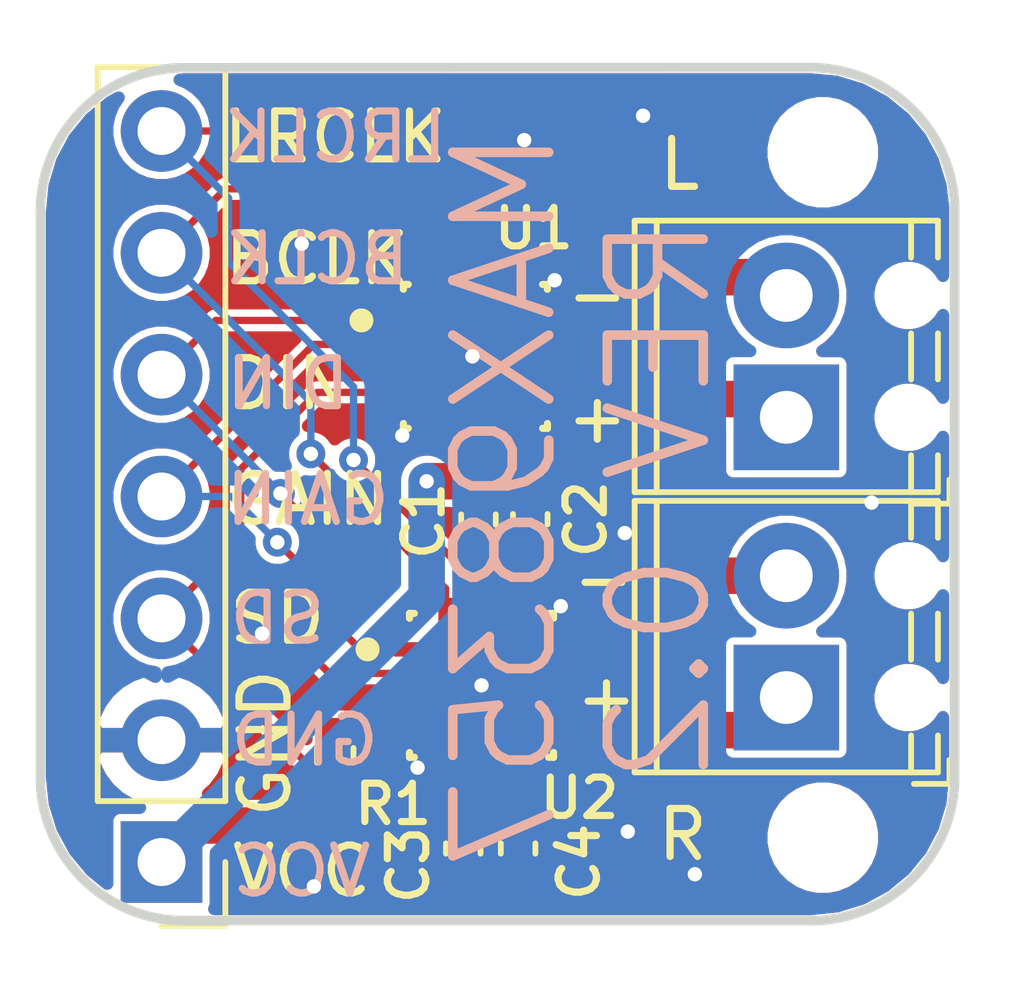
<source format=kicad_pcb>
(kicad_pcb (version 20171130) (host pcbnew "(5.1.10-1-10_14)")

  (general
    (thickness 1.6)
    (drawings 30)
    (tracks 122)
    (zones 0)
    (modules 12)
    (nets 13)
  )

  (page A4)
  (layers
    (0 Top signal)
    (31 Bottom signal)
    (32 B.Adhes user)
    (33 F.Adhes user)
    (34 B.Paste user)
    (35 F.Paste user)
    (36 B.SilkS user)
    (37 F.SilkS user)
    (38 B.Mask user)
    (39 F.Mask user)
    (40 Dwgs.User user hide)
    (41 Cmts.User user)
    (42 Eco1.User user)
    (43 Eco2.User user)
    (44 Edge.Cuts user)
    (45 Margin user)
    (46 B.CrtYd user)
    (47 F.CrtYd user)
    (48 B.Fab user)
    (49 F.Fab user hide)
  )

  (setup
    (last_trace_width 0.1524)
    (user_trace_width 0.254)
    (user_trace_width 0.508)
    (user_trace_width 0.762)
    (trace_clearance 0.1524)
    (zone_clearance 0.508)
    (zone_45_only no)
    (trace_min 0.1524)
    (via_size 0.6)
    (via_drill 0.3)
    (via_min_size 0.6)
    (via_min_drill 0.3)
    (uvia_size 0.6)
    (uvia_drill 0.3)
    (uvias_allowed no)
    (uvia_min_size 0.2)
    (uvia_min_drill 0.1)
    (edge_width 0.15)
    (segment_width 0.2)
    (pcb_text_width 0.3)
    (pcb_text_size 1.5 1.5)
    (mod_edge_width 0.15)
    (mod_text_size 1 1)
    (mod_text_width 0.15)
    (pad_size 1.524 1.524)
    (pad_drill 0.762)
    (pad_to_mask_clearance 0.0508)
    (solder_mask_min_width 0.25)
    (aux_axis_origin 0 0)
    (visible_elements 7FFFF7FF)
    (pcbplotparams
      (layerselection 0x010fc_ffffffff)
      (usegerberextensions false)
      (usegerberattributes false)
      (usegerberadvancedattributes false)
      (creategerberjobfile false)
      (excludeedgelayer true)
      (linewidth 0.100000)
      (plotframeref false)
      (viasonmask false)
      (mode 1)
      (useauxorigin false)
      (hpglpennumber 1)
      (hpglpenspeed 20)
      (hpglpendiameter 15.000000)
      (psnegative false)
      (psa4output false)
      (plotreference true)
      (plotvalue true)
      (plotinvisibletext false)
      (padsonsilk false)
      (subtractmaskfromsilk false)
      (outputformat 1)
      (mirror false)
      (drillshape 1)
      (scaleselection 1)
      (outputdirectory "gerber_to_order/"))
  )

  (net 0 "")
  (net 1 VCC)
  (net 2 GND)
  (net 3 SD)
  (net 4 GAIN)
  (net 5 DIN)
  (net 6 BCLK)
  (net 7 LRCLK)
  (net 8 LEFTP)
  (net 9 LEFTN)
  (net 10 RIGHTN)
  (net 11 RIGHTP)
  (net 12 "Net-(R1-Pad1)")

  (net_class Default "This is the default net class."
    (clearance 0.1524)
    (trace_width 0.1524)
    (via_dia 0.6)
    (via_drill 0.3)
    (uvia_dia 0.6)
    (uvia_drill 0.3)
    (diff_pair_width 0.1524)
    (diff_pair_gap 0.1524)
    (add_net BCLK)
    (add_net DIN)
    (add_net GAIN)
    (add_net GND)
    (add_net LEFTN)
    (add_net LEFTP)
    (add_net LRCLK)
    (add_net "Net-(R1-Pad1)")
    (add_net RIGHTN)
    (add_net RIGHTP)
    (add_net SD)
    (add_net VCC)
  )

  (module MountingHole:MountingHole_2mm (layer Top) (tedit 5B924920) (tstamp 60E5FF41)
    (at 143.256 122.682)
    (descr "Mounting Hole 2mm, no annular")
    (tags "mounting hole 2mm no annular")
    (attr virtual)
    (fp_text reference REF** (at 0 -3.2) (layer Dwgs.User)
      (effects (font (size 1 1) (thickness 0.15)))
    )
    (fp_text value MountingHole_2mm (at 0 3.1) (layer F.Fab)
      (effects (font (size 1 1) (thickness 0.15)))
    )
    (fp_circle (center 0 0) (end 2.25 0) (layer F.CrtYd) (width 0.05))
    (fp_circle (center 0 0) (end 2 0) (layer Cmts.User) (width 0.15))
    (fp_text user %R (at 0.3 0) (layer F.Fab)
      (effects (font (size 1 1) (thickness 0.15)))
    )
    (pad "" np_thru_hole circle (at 0 0) (size 2 2) (drill 2) (layers *.Cu *.Mask))
  )

  (module MountingHole:MountingHole_2mm (layer Top) (tedit 5B924920) (tstamp 60E5FE4B)
    (at 143.256 108.3945)
    (descr "Mounting Hole 2mm, no annular")
    (tags "mounting hole 2mm no annular")
    (attr virtual)
    (fp_text reference REF** (at 0 -3.2) (layer Dwgs.User) hide
      (effects (font (size 1 1) (thickness 0.15)))
    )
    (fp_text value MountingHole_2mm (at 0 3.1) (layer F.Fab)
      (effects (font (size 1 1) (thickness 0.15)))
    )
    (fp_circle (center 0 0) (end 2.25 0) (layer F.CrtYd) (width 0.05))
    (fp_circle (center 0 0) (end 2 0) (layer Cmts.User) (width 0.15))
    (fp_text user %R (at 0.3 0) (layer F.Fab)
      (effects (font (size 1 1) (thickness 0.15)))
    )
    (pad "" np_thru_hole circle (at 0 0) (size 2 2) (drill 2) (layers *.Cu *.Mask))
  )

  (module Capacitor_SMD:C_0402_1005Metric (layer Top) (tedit 5F68FEEE) (tstamp 60E5E747)
    (at 136.0805 116.05 270)
    (descr "Capacitor SMD 0402 (1005 Metric), square (rectangular) end terminal, IPC_7351 nominal, (Body size source: IPC-SM-782 page 76, https://www.pcb-3d.com/wordpress/wp-content/uploads/ipc-sm-782a_amendment_1_and_2.pdf), generated with kicad-footprint-generator")
    (tags capacitor)
    (path /60E4E9B6)
    (attr smd)
    (fp_text reference C1 (at 0.028 1.143 90) (layer F.SilkS)
      (effects (font (size 0.8 0.8) (thickness 0.15)))
    )
    (fp_text value 10uF (at 0 1.16 90) (layer F.Fab)
      (effects (font (size 1 1) (thickness 0.15)))
    )
    (fp_line (start 0.91 0.46) (end -0.91 0.46) (layer F.CrtYd) (width 0.05))
    (fp_line (start 0.91 -0.46) (end 0.91 0.46) (layer F.CrtYd) (width 0.05))
    (fp_line (start -0.91 -0.46) (end 0.91 -0.46) (layer F.CrtYd) (width 0.05))
    (fp_line (start -0.91 0.46) (end -0.91 -0.46) (layer F.CrtYd) (width 0.05))
    (fp_line (start -0.107836 0.36) (end 0.107836 0.36) (layer F.SilkS) (width 0.12))
    (fp_line (start -0.107836 -0.36) (end 0.107836 -0.36) (layer F.SilkS) (width 0.12))
    (fp_line (start 0.5 0.25) (end -0.5 0.25) (layer F.Fab) (width 0.1))
    (fp_line (start 0.5 -0.25) (end 0.5 0.25) (layer F.Fab) (width 0.1))
    (fp_line (start -0.5 -0.25) (end 0.5 -0.25) (layer F.Fab) (width 0.1))
    (fp_line (start -0.5 0.25) (end -0.5 -0.25) (layer F.Fab) (width 0.1))
    (fp_text user %R (at 0 0 90) (layer F.Fab)
      (effects (font (size 0.25 0.25) (thickness 0.04)))
    )
    (pad 2 smd roundrect (at 0.48 0 270) (size 0.56 0.62) (layers Top F.Paste F.Mask) (roundrect_rratio 0.25)
      (net 2 GND))
    (pad 1 smd roundrect (at -0.48 0 270) (size 0.56 0.62) (layers Top F.Paste F.Mask) (roundrect_rratio 0.25)
      (net 1 VCC))
    (model ${KISYS3DMOD}/Capacitor_SMD.3dshapes/C_0402_1005Metric.wrl
      (at (xyz 0 0 0))
      (scale (xyz 1 1 1))
      (rotate (xyz 0 0 0))
    )
  )

  (module Capacitor_SMD:C_0402_1005Metric (layer Top) (tedit 5F68FEEE) (tstamp 60E5E758)
    (at 137.16 116.0425 270)
    (descr "Capacitor SMD 0402 (1005 Metric), square (rectangular) end terminal, IPC_7351 nominal, (Body size source: IPC-SM-782 page 76, https://www.pcb-3d.com/wordpress/wp-content/uploads/ipc-sm-782a_amendment_1_and_2.pdf), generated with kicad-footprint-generator")
    (tags capacitor)
    (path /60E4F255)
    (attr smd)
    (fp_text reference C2 (at 0 -1.16 90) (layer F.SilkS)
      (effects (font (size 0.8 0.8) (thickness 0.15)))
    )
    (fp_text value 100nF (at 0 1.16 90) (layer F.Fab)
      (effects (font (size 1 1) (thickness 0.15)))
    )
    (fp_line (start 0.91 0.46) (end -0.91 0.46) (layer F.CrtYd) (width 0.05))
    (fp_line (start 0.91 -0.46) (end 0.91 0.46) (layer F.CrtYd) (width 0.05))
    (fp_line (start -0.91 -0.46) (end 0.91 -0.46) (layer F.CrtYd) (width 0.05))
    (fp_line (start -0.91 0.46) (end -0.91 -0.46) (layer F.CrtYd) (width 0.05))
    (fp_line (start -0.107836 0.36) (end 0.107836 0.36) (layer F.SilkS) (width 0.12))
    (fp_line (start -0.107836 -0.36) (end 0.107836 -0.36) (layer F.SilkS) (width 0.12))
    (fp_line (start 0.5 0.25) (end -0.5 0.25) (layer F.Fab) (width 0.1))
    (fp_line (start 0.5 -0.25) (end 0.5 0.25) (layer F.Fab) (width 0.1))
    (fp_line (start -0.5 -0.25) (end 0.5 -0.25) (layer F.Fab) (width 0.1))
    (fp_line (start -0.5 0.25) (end -0.5 -0.25) (layer F.Fab) (width 0.1))
    (fp_text user %R (at 0 0 90) (layer F.Fab)
      (effects (font (size 0.25 0.25) (thickness 0.04)))
    )
    (pad 2 smd roundrect (at 0.48 0 270) (size 0.56 0.62) (layers Top F.Paste F.Mask) (roundrect_rratio 0.25)
      (net 2 GND))
    (pad 1 smd roundrect (at -0.48 0 270) (size 0.56 0.62) (layers Top F.Paste F.Mask) (roundrect_rratio 0.25)
      (net 1 VCC))
    (model ${KISYS3DMOD}/Capacitor_SMD.3dshapes/C_0402_1005Metric.wrl
      (at (xyz 0 0 0))
      (scale (xyz 1 1 1))
      (rotate (xyz 0 0 0))
    )
  )

  (module Capacitor_SMD:C_0402_1005Metric (layer Top) (tedit 5F68FEEE) (tstamp 60E5E769)
    (at 135.763 122.908 270)
    (descr "Capacitor SMD 0402 (1005 Metric), square (rectangular) end terminal, IPC_7351 nominal, (Body size source: IPC-SM-782 page 76, https://www.pcb-3d.com/wordpress/wp-content/uploads/ipc-sm-782a_amendment_1_and_2.pdf), generated with kicad-footprint-generator")
    (tags capacitor)
    (path /60E580E2)
    (attr smd)
    (fp_text reference C3 (at 0.3455 1.143 90) (layer F.SilkS)
      (effects (font (size 0.8 0.8) (thickness 0.15)))
    )
    (fp_text value 10uF (at 0 1.16 90) (layer F.Fab)
      (effects (font (size 1 1) (thickness 0.15)))
    )
    (fp_line (start 0.91 0.46) (end -0.91 0.46) (layer F.CrtYd) (width 0.05))
    (fp_line (start 0.91 -0.46) (end 0.91 0.46) (layer F.CrtYd) (width 0.05))
    (fp_line (start -0.91 -0.46) (end 0.91 -0.46) (layer F.CrtYd) (width 0.05))
    (fp_line (start -0.91 0.46) (end -0.91 -0.46) (layer F.CrtYd) (width 0.05))
    (fp_line (start -0.107836 0.36) (end 0.107836 0.36) (layer F.SilkS) (width 0.12))
    (fp_line (start -0.107836 -0.36) (end 0.107836 -0.36) (layer F.SilkS) (width 0.12))
    (fp_line (start 0.5 0.25) (end -0.5 0.25) (layer F.Fab) (width 0.1))
    (fp_line (start 0.5 -0.25) (end 0.5 0.25) (layer F.Fab) (width 0.1))
    (fp_line (start -0.5 -0.25) (end 0.5 -0.25) (layer F.Fab) (width 0.1))
    (fp_line (start -0.5 0.25) (end -0.5 -0.25) (layer F.Fab) (width 0.1))
    (fp_text user %R (at 0 0 90) (layer F.Fab)
      (effects (font (size 0.25 0.25) (thickness 0.04)))
    )
    (pad 2 smd roundrect (at 0.48 0 270) (size 0.56 0.62) (layers Top F.Paste F.Mask) (roundrect_rratio 0.25)
      (net 2 GND))
    (pad 1 smd roundrect (at -0.48 0 270) (size 0.56 0.62) (layers Top F.Paste F.Mask) (roundrect_rratio 0.25)
      (net 1 VCC))
    (model ${KISYS3DMOD}/Capacitor_SMD.3dshapes/C_0402_1005Metric.wrl
      (at (xyz 0 0 0))
      (scale (xyz 1 1 1))
      (rotate (xyz 0 0 0))
    )
  )

  (module Capacitor_SMD:C_0402_1005Metric (layer Top) (tedit 5F68FEEE) (tstamp 60E5E77A)
    (at 136.906 122.908 270)
    (descr "Capacitor SMD 0402 (1005 Metric), square (rectangular) end terminal, IPC_7351 nominal, (Body size source: IPC-SM-782 page 76, https://www.pcb-3d.com/wordpress/wp-content/uploads/ipc-sm-782a_amendment_1_and_2.pdf), generated with kicad-footprint-generator")
    (tags capacitor)
    (path /60E580EC)
    (attr smd)
    (fp_text reference C4 (at 0.282 -1.27 90) (layer F.SilkS)
      (effects (font (size 0.8 0.8) (thickness 0.15)))
    )
    (fp_text value 100nF (at 0 1.16 90) (layer F.Fab)
      (effects (font (size 1 1) (thickness 0.15)))
    )
    (fp_line (start 0.91 0.46) (end -0.91 0.46) (layer F.CrtYd) (width 0.05))
    (fp_line (start 0.91 -0.46) (end 0.91 0.46) (layer F.CrtYd) (width 0.05))
    (fp_line (start -0.91 -0.46) (end 0.91 -0.46) (layer F.CrtYd) (width 0.05))
    (fp_line (start -0.91 0.46) (end -0.91 -0.46) (layer F.CrtYd) (width 0.05))
    (fp_line (start -0.107836 0.36) (end 0.107836 0.36) (layer F.SilkS) (width 0.12))
    (fp_line (start -0.107836 -0.36) (end 0.107836 -0.36) (layer F.SilkS) (width 0.12))
    (fp_line (start 0.5 0.25) (end -0.5 0.25) (layer F.Fab) (width 0.1))
    (fp_line (start 0.5 -0.25) (end 0.5 0.25) (layer F.Fab) (width 0.1))
    (fp_line (start -0.5 -0.25) (end 0.5 -0.25) (layer F.Fab) (width 0.1))
    (fp_line (start -0.5 0.25) (end -0.5 -0.25) (layer F.Fab) (width 0.1))
    (fp_text user %R (at 0 0 90) (layer F.Fab)
      (effects (font (size 0.25 0.25) (thickness 0.04)))
    )
    (pad 2 smd roundrect (at 0.48 0 270) (size 0.56 0.62) (layers Top F.Paste F.Mask) (roundrect_rratio 0.25)
      (net 2 GND))
    (pad 1 smd roundrect (at -0.48 0 270) (size 0.56 0.62) (layers Top F.Paste F.Mask) (roundrect_rratio 0.25)
      (net 1 VCC))
    (model ${KISYS3DMOD}/Capacitor_SMD.3dshapes/C_0402_1005Metric.wrl
      (at (xyz 0 0 0))
      (scale (xyz 1 1 1))
      (rotate (xyz 0 0 0))
    )
  )

  (module Connector_PinHeader_2.54mm:PinHeader_1x07_P2.54mm_Vertical (layer Top) (tedit 59FED5CC) (tstamp 60E5EADF)
    (at 129.4765 123.19 180)
    (descr "Through hole straight pin header, 1x07, 2.54mm pitch, single row")
    (tags "Through hole pin header THT 1x07 2.54mm single row")
    (path /60E49D45)
    (fp_text reference J1 (at 0 -2.33) (layer Dwgs.User)
      (effects (font (size 1 1) (thickness 0.15)))
    )
    (fp_text value Conn_01x07_Male (at 0 17.57) (layer F.Fab)
      (effects (font (size 1 1) (thickness 0.15)))
    )
    (fp_line (start 1.8 -1.8) (end -1.8 -1.8) (layer F.CrtYd) (width 0.05))
    (fp_line (start 1.8 17.05) (end 1.8 -1.8) (layer F.CrtYd) (width 0.05))
    (fp_line (start -1.8 17.05) (end 1.8 17.05) (layer F.CrtYd) (width 0.05))
    (fp_line (start -1.8 -1.8) (end -1.8 17.05) (layer F.CrtYd) (width 0.05))
    (fp_line (start -1.33 -1.33) (end 0 -1.33) (layer F.SilkS) (width 0.12))
    (fp_line (start -1.33 0) (end -1.33 -1.33) (layer F.SilkS) (width 0.12))
    (fp_line (start -1.33 1.27) (end 1.33 1.27) (layer F.SilkS) (width 0.12))
    (fp_line (start 1.33 1.27) (end 1.33 16.57) (layer F.SilkS) (width 0.12))
    (fp_line (start -1.33 1.27) (end -1.33 16.57) (layer F.SilkS) (width 0.12))
    (fp_line (start -1.33 16.57) (end 1.33 16.57) (layer F.SilkS) (width 0.12))
    (fp_line (start -1.27 -0.635) (end -0.635 -1.27) (layer F.Fab) (width 0.1))
    (fp_line (start -1.27 16.51) (end -1.27 -0.635) (layer F.Fab) (width 0.1))
    (fp_line (start 1.27 16.51) (end -1.27 16.51) (layer F.Fab) (width 0.1))
    (fp_line (start 1.27 -1.27) (end 1.27 16.51) (layer F.Fab) (width 0.1))
    (fp_line (start -0.635 -1.27) (end 1.27 -1.27) (layer F.Fab) (width 0.1))
    (fp_text user %R (at 0 7.62 90) (layer F.Fab)
      (effects (font (size 1 1) (thickness 0.15)))
    )
    (pad 7 thru_hole oval (at 0 15.24 180) (size 1.7 1.7) (drill 1) (layers *.Cu *.Mask)
      (net 7 LRCLK))
    (pad 6 thru_hole oval (at 0 12.7 180) (size 1.7 1.7) (drill 1) (layers *.Cu *.Mask)
      (net 6 BCLK))
    (pad 5 thru_hole oval (at 0 10.16 180) (size 1.7 1.7) (drill 1) (layers *.Cu *.Mask)
      (net 5 DIN))
    (pad 4 thru_hole oval (at 0 7.62 180) (size 1.7 1.7) (drill 1) (layers *.Cu *.Mask)
      (net 4 GAIN))
    (pad 3 thru_hole oval (at 0 5.08 180) (size 1.7 1.7) (drill 1) (layers *.Cu *.Mask)
      (net 3 SD))
    (pad 2 thru_hole oval (at 0 2.54 180) (size 1.7 1.7) (drill 1) (layers *.Cu *.Mask)
      (net 2 GND))
    (pad 1 thru_hole rect (at 0 0 180) (size 1.7 1.7) (drill 1) (layers *.Cu *.Mask)
      (net 1 VCC))
    (model ${KISYS3DMOD}/Connector_PinHeader_2.54mm.3dshapes/PinHeader_1x07_P2.54mm_Vertical.wrl
      (at (xyz 0 0 0))
      (scale (xyz 1 1 1))
      (rotate (xyz 0 0 0))
    )
  )

  (module TerminalBlock_Phoenix:TerminalBlock_Phoenix_MPT-0,5-2-2.54_1x02_P2.54mm_Horizontal (layer Top) (tedit 5B294F98) (tstamp 60E5FBB1)
    (at 142.494 113.919 90)
    (descr "Terminal Block Phoenix MPT-0,5-2-2.54, 2 pins, pitch 2.54mm, size 5.54x6.2mm^2, drill diamater 1.1mm, pad diameter 2.2mm, see http://www.mouser.com/ds/2/324/ItemDetail_1725656-920552.pdf, script-generated using https://github.com/pointhi/kicad-footprint-generator/scripts/TerminalBlock_Phoenix")
    (tags "THT Terminal Block Phoenix MPT-0,5-2-2.54 pitch 2.54mm size 5.54x6.2mm^2 drill 1.1mm pad 2.2mm")
    (path /60E51DCE)
    (fp_text reference J2 (at 1.27 -4.16 90) (layer Dwgs.User) hide
      (effects (font (size 1 1) (thickness 0.15)))
    )
    (fp_text value Screw_Terminal_01x02 (at 1.27 4.16 90) (layer F.Fab)
      (effects (font (size 1 1) (thickness 0.15)))
    )
    (fp_line (start 4.54 -3.6) (end -2 -3.6) (layer F.CrtYd) (width 0.05))
    (fp_line (start 4.54 3.6) (end 4.54 -3.6) (layer F.CrtYd) (width 0.05))
    (fp_line (start -2 3.6) (end 4.54 3.6) (layer F.CrtYd) (width 0.05))
    (fp_line (start -2 -3.6) (end -2 3.6) (layer F.CrtYd) (width 0.05))
    (fp_line (start -1.8 3.4) (end -1.3 3.4) (layer F.SilkS) (width 0.12))
    (fp_line (start -1.8 2.66) (end -1.8 3.4) (layer F.SilkS) (width 0.12))
    (fp_line (start 3.241 -0.835) (end 1.706 0.7) (layer F.Fab) (width 0.1))
    (fp_line (start 3.375 -0.7) (end 1.84 0.835) (layer F.Fab) (width 0.1))
    (fp_line (start 0.701 -0.835) (end -0.835 0.7) (layer F.Fab) (width 0.1))
    (fp_line (start 0.835 -0.7) (end -0.701 0.835) (layer F.Fab) (width 0.1))
    (fp_line (start 4.1 -3.16) (end 4.1 3.16) (layer F.SilkS) (width 0.12))
    (fp_line (start -1.56 -3.16) (end -1.56 3.16) (layer F.SilkS) (width 0.12))
    (fp_line (start 3.33 3.16) (end 4.1 3.16) (layer F.SilkS) (width 0.12))
    (fp_line (start 0.79 3.16) (end 1.75 3.16) (layer F.SilkS) (width 0.12))
    (fp_line (start -1.56 3.16) (end -0.79 3.16) (layer F.SilkS) (width 0.12))
    (fp_line (start -1.56 -3.16) (end 4.1 -3.16) (layer F.SilkS) (width 0.12))
    (fp_line (start -1.56 -2.7) (end 4.1 -2.7) (layer F.SilkS) (width 0.12))
    (fp_line (start -1.5 -2.7) (end 4.04 -2.7) (layer F.Fab) (width 0.1))
    (fp_line (start 3.33 2.6) (end 4.1 2.6) (layer F.SilkS) (width 0.12))
    (fp_line (start 0.79 2.6) (end 1.75 2.6) (layer F.SilkS) (width 0.12))
    (fp_line (start -1.56 2.6) (end -0.79 2.6) (layer F.SilkS) (width 0.12))
    (fp_line (start -1.5 2.6) (end 4.04 2.6) (layer F.Fab) (width 0.1))
    (fp_line (start -1.5 2.6) (end -1.5 -3.1) (layer F.Fab) (width 0.1))
    (fp_line (start -1 3.1) (end -1.5 2.6) (layer F.Fab) (width 0.1))
    (fp_line (start 4.04 3.1) (end -1 3.1) (layer F.Fab) (width 0.1))
    (fp_line (start 4.04 -3.1) (end 4.04 3.1) (layer F.Fab) (width 0.1))
    (fp_line (start -1.5 -3.1) (end 4.04 -3.1) (layer F.Fab) (width 0.1))
    (fp_circle (center 2.54 0) (end 3.64 0) (layer F.Fab) (width 0.1))
    (fp_circle (center 0 0) (end 1.1 0) (layer F.Fab) (width 0.1))
    (fp_text user %R (at 1.27 2 90) (layer F.Fab)
      (effects (font (size 1 1) (thickness 0.15)))
    )
    (pad "" np_thru_hole circle (at 2.54 2.54 90) (size 1.1 1.1) (drill 1.1) (layers *.Cu *.Mask))
    (pad 2 thru_hole circle (at 2.54 0 90) (size 2.2 2.2) (drill 1.1) (layers *.Cu *.Mask)
      (net 9 LEFTN))
    (pad "" np_thru_hole circle (at 0 2.54 90) (size 1.1 1.1) (drill 1.1) (layers *.Cu *.Mask))
    (pad 1 thru_hole rect (at 0 0 90) (size 2.2 2.2) (drill 1.1) (layers *.Cu *.Mask)
      (net 8 LEFTP))
    (model ${KISYS3DMOD}/TerminalBlock_Phoenix.3dshapes/TerminalBlock_Phoenix_MPT-0,5-2-2.54_1x02_P2.54mm_Horizontal.wrl
      (at (xyz 0 0 0))
      (scale (xyz 1 1 1))
      (rotate (xyz 0 0 0))
    )
  )

  (module TerminalBlock_Phoenix:TerminalBlock_Phoenix_MPT-0,5-2-2.54_1x02_P2.54mm_Horizontal (layer Top) (tedit 5B294F98) (tstamp 60E5FD71)
    (at 142.494 119.761 90)
    (descr "Terminal Block Phoenix MPT-0,5-2-2.54, 2 pins, pitch 2.54mm, size 5.54x6.2mm^2, drill diamater 1.1mm, pad diameter 2.2mm, see http://www.mouser.com/ds/2/324/ItemDetail_1725656-920552.pdf, script-generated using https://github.com/pointhi/kicad-footprint-generator/scripts/TerminalBlock_Phoenix")
    (tags "THT Terminal Block Phoenix MPT-0,5-2-2.54 pitch 2.54mm size 5.54x6.2mm^2 drill 1.1mm pad 2.2mm")
    (path /60E58112)
    (fp_text reference J3 (at 1.27 -4.16 90) (layer Dwgs.User) hide
      (effects (font (size 1 1) (thickness 0.15)))
    )
    (fp_text value Screw_Terminal_01x02 (at 1.27 4.16 90) (layer F.Fab)
      (effects (font (size 1 1) (thickness 0.15)))
    )
    (fp_line (start 4.54 -3.6) (end -2 -3.6) (layer F.CrtYd) (width 0.05))
    (fp_line (start 4.54 3.6) (end 4.54 -3.6) (layer F.CrtYd) (width 0.05))
    (fp_line (start -2 3.6) (end 4.54 3.6) (layer F.CrtYd) (width 0.05))
    (fp_line (start -2 -3.6) (end -2 3.6) (layer F.CrtYd) (width 0.05))
    (fp_line (start -1.8 3.4) (end -1.3 3.4) (layer F.SilkS) (width 0.12))
    (fp_line (start -1.8 2.66) (end -1.8 3.4) (layer F.SilkS) (width 0.12))
    (fp_line (start 3.241 -0.835) (end 1.706 0.7) (layer F.Fab) (width 0.1))
    (fp_line (start 3.375 -0.7) (end 1.84 0.835) (layer F.Fab) (width 0.1))
    (fp_line (start 0.701 -0.835) (end -0.835 0.7) (layer F.Fab) (width 0.1))
    (fp_line (start 0.835 -0.7) (end -0.701 0.835) (layer F.Fab) (width 0.1))
    (fp_line (start 4.1 -3.16) (end 4.1 3.16) (layer F.SilkS) (width 0.12))
    (fp_line (start -1.56 -3.16) (end -1.56 3.16) (layer F.SilkS) (width 0.12))
    (fp_line (start 3.33 3.16) (end 4.1 3.16) (layer F.SilkS) (width 0.12))
    (fp_line (start 0.79 3.16) (end 1.75 3.16) (layer F.SilkS) (width 0.12))
    (fp_line (start -1.56 3.16) (end -0.79 3.16) (layer F.SilkS) (width 0.12))
    (fp_line (start -1.56 -3.16) (end 4.1 -3.16) (layer F.SilkS) (width 0.12))
    (fp_line (start -1.56 -2.7) (end 4.1 -2.7) (layer F.SilkS) (width 0.12))
    (fp_line (start -1.5 -2.7) (end 4.04 -2.7) (layer F.Fab) (width 0.1))
    (fp_line (start 3.33 2.6) (end 4.1 2.6) (layer F.SilkS) (width 0.12))
    (fp_line (start 0.79 2.6) (end 1.75 2.6) (layer F.SilkS) (width 0.12))
    (fp_line (start -1.56 2.6) (end -0.79 2.6) (layer F.SilkS) (width 0.12))
    (fp_line (start -1.5 2.6) (end 4.04 2.6) (layer F.Fab) (width 0.1))
    (fp_line (start -1.5 2.6) (end -1.5 -3.1) (layer F.Fab) (width 0.1))
    (fp_line (start -1 3.1) (end -1.5 2.6) (layer F.Fab) (width 0.1))
    (fp_line (start 4.04 3.1) (end -1 3.1) (layer F.Fab) (width 0.1))
    (fp_line (start 4.04 -3.1) (end 4.04 3.1) (layer F.Fab) (width 0.1))
    (fp_line (start -1.5 -3.1) (end 4.04 -3.1) (layer F.Fab) (width 0.1))
    (fp_circle (center 2.54 0) (end 3.64 0) (layer F.Fab) (width 0.1))
    (fp_circle (center 0 0) (end 1.1 0) (layer F.Fab) (width 0.1))
    (fp_text user %R (at 1.27 2 90) (layer F.Fab)
      (effects (font (size 1 1) (thickness 0.15)))
    )
    (pad "" np_thru_hole circle (at 2.54 2.54 90) (size 1.1 1.1) (drill 1.1) (layers *.Cu *.Mask))
    (pad 2 thru_hole circle (at 2.54 0 90) (size 2.2 2.2) (drill 1.1) (layers *.Cu *.Mask)
      (net 10 RIGHTN))
    (pad "" np_thru_hole circle (at 0 2.54 90) (size 1.1 1.1) (drill 1.1) (layers *.Cu *.Mask))
    (pad 1 thru_hole rect (at 0 0 90) (size 2.2 2.2) (drill 1.1) (layers *.Cu *.Mask)
      (net 11 RIGHTP))
    (model ${KISYS3DMOD}/TerminalBlock_Phoenix.3dshapes/TerminalBlock_Phoenix_MPT-0,5-2-2.54_1x02_P2.54mm_Horizontal.wrl
      (at (xyz 0 0 0))
      (scale (xyz 1 1 1))
      (rotate (xyz 0 0 0))
    )
  )

  (module Resistor_SMD:R_0402_1005Metric (layer Top) (tedit 5F68FEEE) (tstamp 60E5E7F2)
    (at 133.096 120.9655 270)
    (descr "Resistor SMD 0402 (1005 Metric), square (rectangular) end terminal, IPC_7351 nominal, (Body size source: IPC-SM-782 page 72, https://www.pcb-3d.com/wordpress/wp-content/uploads/ipc-sm-782a_amendment_1_and_2.pdf), generated with kicad-footprint-generator")
    (tags resistor)
    (path /60E64003)
    (attr smd)
    (fp_text reference R1 (at 1.018 -1.2065 180) (layer F.SilkS)
      (effects (font (size 0.8 0.8) (thickness 0.15)))
    )
    (fp_text value 200K (at 0 1.17 90) (layer F.Fab)
      (effects (font (size 1 1) (thickness 0.15)))
    )
    (fp_line (start 0.93 0.47) (end -0.93 0.47) (layer F.CrtYd) (width 0.05))
    (fp_line (start 0.93 -0.47) (end 0.93 0.47) (layer F.CrtYd) (width 0.05))
    (fp_line (start -0.93 -0.47) (end 0.93 -0.47) (layer F.CrtYd) (width 0.05))
    (fp_line (start -0.93 0.47) (end -0.93 -0.47) (layer F.CrtYd) (width 0.05))
    (fp_line (start -0.153641 0.38) (end 0.153641 0.38) (layer F.SilkS) (width 0.12))
    (fp_line (start -0.153641 -0.38) (end 0.153641 -0.38) (layer F.SilkS) (width 0.12))
    (fp_line (start 0.525 0.27) (end -0.525 0.27) (layer F.Fab) (width 0.1))
    (fp_line (start 0.525 -0.27) (end 0.525 0.27) (layer F.Fab) (width 0.1))
    (fp_line (start -0.525 -0.27) (end 0.525 -0.27) (layer F.Fab) (width 0.1))
    (fp_line (start -0.525 0.27) (end -0.525 -0.27) (layer F.Fab) (width 0.1))
    (fp_text user %R (at 0 0 90) (layer F.Fab)
      (effects (font (size 0.26 0.26) (thickness 0.04)))
    )
    (pad 2 smd roundrect (at 0.51 0 270) (size 0.54 0.64) (layers Top F.Paste F.Mask) (roundrect_rratio 0.25)
      (net 3 SD))
    (pad 1 smd roundrect (at -0.51 0 270) (size 0.54 0.64) (layers Top F.Paste F.Mask) (roundrect_rratio 0.25)
      (net 12 "Net-(R1-Pad1)"))
    (model ${KISYS3DMOD}/Resistor_SMD.3dshapes/R_0402_1005Metric.wrl
      (at (xyz 0 0 0))
      (scale (xyz 1 1 1))
      (rotate (xyz 0 0 0))
    )
  )

  (module MAX98357AETE+T:Maxim_Electronics-21-0896-0-0-0 (layer Top) (tedit 60E4AC87) (tstamp 60E5E819)
    (at 136.017 112.649)
    (path /60E48754)
    (fp_text reference U1 (at 0.3175 -2.667) (layer F.SilkS)
      (effects (font (size 0.8 0.8) (thickness 0.15)) (justify left))
    )
    (fp_text value MAX98357AETE+T (at 0 0) (layer Dwgs.User) hide
      (effects (font (size 1.27 1.27) (thickness 0.15)))
    )
    (fp_line (start -1.5 1.5) (end -1.5 -1.5) (layer F.Fab) (width 0.15))
    (fp_line (start -1.5 -1.5) (end 1.5 -1.5) (layer F.Fab) (width 0.15))
    (fp_line (start 1.5 -1.5) (end 1.5 1.5) (layer F.Fab) (width 0.15))
    (fp_line (start 1.5 1.5) (end -1.5 1.5) (layer F.Fab) (width 0.15))
    (fp_line (start 1.85 -1.85) (end 1.85 -1.85) (layer F.CrtYd) (width 0.15))
    (fp_line (start 1.85 -1.85) (end -1.85 -1.85) (layer F.CrtYd) (width 0.15))
    (fp_line (start -1.85 -1.85) (end -1.85 1.85) (layer F.CrtYd) (width 0.15))
    (fp_line (start -1.85 1.85) (end 1.85 1.85) (layer F.CrtYd) (width 0.15))
    (fp_line (start 1.85 1.85) (end 1.85 -1.85) (layer F.CrtYd) (width 0.15))
    (fp_circle (center -2.375 -0.75) (end -2.25 -0.75) (layer F.SilkS) (width 0.25))
    (fp_line (start -1.5 1.5) (end -1.4 1.5) (layer F.SilkS) (width 0.15))
    (fp_line (start 1.4 1.5) (end 1.5 1.5) (layer F.SilkS) (width 0.15))
    (fp_line (start 1.4 -1.5) (end 1.5 -1.5) (layer F.SilkS) (width 0.15))
    (fp_line (start -1.5 -1.5) (end -1.4 -1.5) (layer F.SilkS) (width 0.15))
    (fp_line (start -1.5 -1.4) (end -1.5 -1.5) (layer F.SilkS) (width 0.15))
    (fp_line (start 1.5 -1.4) (end 1.5 -1.5) (layer F.SilkS) (width 0.15))
    (fp_line (start 1.5 1.5) (end 1.5 1.4) (layer F.SilkS) (width 0.15))
    (fp_line (start -1.5 1.5) (end -1.5 1.4) (layer F.SilkS) (width 0.15))
    (pad 17 smd rect (at 0 0) (size 1.23 1.23) (layers Top F.Paste F.Mask)
      (net 2 GND))
    (pad 16 smd rect (at -0.75 -1.425) (size 0.3 0.8) (layers Top F.Paste F.Mask)
      (net 6 BCLK))
    (pad 15 smd rect (at -0.25 -1.425) (size 0.3 0.8) (layers Top F.Paste F.Mask)
      (net 2 GND))
    (pad 14 smd rect (at 0.25 -1.425) (size 0.3 0.8) (layers Top F.Paste F.Mask)
      (net 7 LRCLK))
    (pad 13 smd rect (at 0.75 -1.425) (size 0.3 0.8) (layers Top F.Paste F.Mask)
      (net 2 GND))
    (pad 8 smd rect (at 0.75 1.425) (size 0.3 0.8) (layers Top F.Paste F.Mask)
      (net 1 VCC))
    (pad 7 smd rect (at 0.25 1.425) (size 0.3 0.8) (layers Top F.Paste F.Mask)
      (net 1 VCC))
    (pad 6 smd rect (at -0.25 1.425) (size 0.3 0.8) (layers Top F.Paste F.Mask)
      (net 2 GND))
    (pad 5 smd rect (at -0.75 1.425) (size 0.3 0.8) (layers Top F.Paste F.Mask)
      (net 2 GND))
    (pad 12 smd rect (at 1.425 -0.75) (size 0.8 0.3) (layers Top F.Paste F.Mask)
      (net 2 GND))
    (pad 11 smd rect (at 1.425 -0.25) (size 0.8 0.3) (layers Top F.Paste F.Mask)
      (net 2 GND))
    (pad 10 smd rect (at 1.425 0.25) (size 0.8 0.3) (layers Top F.Paste F.Mask)
      (net 9 LEFTN))
    (pad 9 smd rect (at 1.425 0.75) (size 0.8 0.3) (layers Top F.Paste F.Mask)
      (net 8 LEFTP))
    (pad 4 smd rect (at -1.425 0.75) (size 0.8 0.3) (layers Top F.Paste F.Mask)
      (net 3 SD))
    (pad 3 smd rect (at -1.425 0.25) (size 0.8 0.3) (layers Top F.Paste F.Mask)
      (net 2 GND))
    (pad 2 smd rect (at -1.425 -0.25) (size 0.8 0.3) (layers Top F.Paste F.Mask)
      (net 4 GAIN))
    (pad 1 smd rect (at -1.425 -0.75) (size 0.8 0.3) (layers Top F.Paste F.Mask)
      (net 5 DIN))
    (model "/Users/chrisgreening/Dropbox/Work/kicad/library/IC_Maxim Electronics_MAX98357AETE+T/eec.models/Maxim_Electronics_-_MAX98357AETE+T.step"
      (at (xyz 0 0 0))
      (scale (xyz 1 1 1))
      (rotate (xyz 0 0 0))
    )
  )

  (module MAX98357AETE+T:Maxim_Electronics-21-0896-0-0-0 (layer Top) (tedit 60E4AC87) (tstamp 60E5E840)
    (at 136.144 119.507)
    (path /60E58077)
    (fp_text reference U2 (at 1.143 2.3495) (layer F.SilkS)
      (effects (font (size 0.8 0.8) (thickness 0.15)) (justify left))
    )
    (fp_text value MAX98357AETE+T (at 0 0) (layer Dwgs.User) hide
      (effects (font (size 1.27 1.27) (thickness 0.15)))
    )
    (fp_line (start -1.5 1.5) (end -1.5 -1.5) (layer F.Fab) (width 0.15))
    (fp_line (start -1.5 -1.5) (end 1.5 -1.5) (layer F.Fab) (width 0.15))
    (fp_line (start 1.5 -1.5) (end 1.5 1.5) (layer F.Fab) (width 0.15))
    (fp_line (start 1.5 1.5) (end -1.5 1.5) (layer F.Fab) (width 0.15))
    (fp_line (start 1.85 -1.85) (end 1.85 -1.85) (layer F.CrtYd) (width 0.15))
    (fp_line (start 1.85 -1.85) (end -1.85 -1.85) (layer F.CrtYd) (width 0.15))
    (fp_line (start -1.85 -1.85) (end -1.85 1.85) (layer F.CrtYd) (width 0.15))
    (fp_line (start -1.85 1.85) (end 1.85 1.85) (layer F.CrtYd) (width 0.15))
    (fp_line (start 1.85 1.85) (end 1.85 -1.85) (layer F.CrtYd) (width 0.15))
    (fp_circle (center -2.375 -0.75) (end -2.25 -0.75) (layer F.SilkS) (width 0.25))
    (fp_line (start -1.5 1.5) (end -1.4 1.5) (layer F.SilkS) (width 0.15))
    (fp_line (start 1.4 1.5) (end 1.5 1.5) (layer F.SilkS) (width 0.15))
    (fp_line (start 1.4 -1.5) (end 1.5 -1.5) (layer F.SilkS) (width 0.15))
    (fp_line (start -1.5 -1.5) (end -1.4 -1.5) (layer F.SilkS) (width 0.15))
    (fp_line (start -1.5 -1.4) (end -1.5 -1.5) (layer F.SilkS) (width 0.15))
    (fp_line (start 1.5 -1.4) (end 1.5 -1.5) (layer F.SilkS) (width 0.15))
    (fp_line (start 1.5 1.5) (end 1.5 1.4) (layer F.SilkS) (width 0.15))
    (fp_line (start -1.5 1.5) (end -1.5 1.4) (layer F.SilkS) (width 0.15))
    (pad 17 smd rect (at 0 0) (size 1.23 1.23) (layers Top F.Paste F.Mask)
      (net 2 GND))
    (pad 16 smd rect (at -0.75 -1.425) (size 0.3 0.8) (layers Top F.Paste F.Mask)
      (net 6 BCLK))
    (pad 15 smd rect (at -0.25 -1.425) (size 0.3 0.8) (layers Top F.Paste F.Mask)
      (net 2 GND))
    (pad 14 smd rect (at 0.25 -1.425) (size 0.3 0.8) (layers Top F.Paste F.Mask)
      (net 7 LRCLK))
    (pad 13 smd rect (at 0.75 -1.425) (size 0.3 0.8) (layers Top F.Paste F.Mask)
      (net 2 GND))
    (pad 8 smd rect (at 0.75 1.425) (size 0.3 0.8) (layers Top F.Paste F.Mask)
      (net 1 VCC))
    (pad 7 smd rect (at 0.25 1.425) (size 0.3 0.8) (layers Top F.Paste F.Mask)
      (net 1 VCC))
    (pad 6 smd rect (at -0.25 1.425) (size 0.3 0.8) (layers Top F.Paste F.Mask)
      (net 2 GND))
    (pad 5 smd rect (at -0.75 1.425) (size 0.3 0.8) (layers Top F.Paste F.Mask)
      (net 2 GND))
    (pad 12 smd rect (at 1.425 -0.75) (size 0.8 0.3) (layers Top F.Paste F.Mask)
      (net 2 GND))
    (pad 11 smd rect (at 1.425 -0.25) (size 0.8 0.3) (layers Top F.Paste F.Mask)
      (net 2 GND))
    (pad 10 smd rect (at 1.425 0.25) (size 0.8 0.3) (layers Top F.Paste F.Mask)
      (net 10 RIGHTN))
    (pad 9 smd rect (at 1.425 0.75) (size 0.8 0.3) (layers Top F.Paste F.Mask)
      (net 11 RIGHTP))
    (pad 4 smd rect (at -1.425 0.75) (size 0.8 0.3) (layers Top F.Paste F.Mask)
      (net 12 "Net-(R1-Pad1)"))
    (pad 3 smd rect (at -1.425 0.25) (size 0.8 0.3) (layers Top F.Paste F.Mask)
      (net 2 GND))
    (pad 2 smd rect (at -1.425 -0.25) (size 0.8 0.3) (layers Top F.Paste F.Mask)
      (net 4 GAIN))
    (pad 1 smd rect (at -1.425 -0.75) (size 0.8 0.3) (layers Top F.Paste F.Mask)
      (net 5 DIN))
    (model "/Users/chrisgreening/Dropbox/Work/kicad/library/IC_Maxim Electronics_MAX98357AETE+T/eec.models/Maxim_Electronics_-_MAX98357AETE+T.step"
      (at (xyz 0 0 0))
      (scale (xyz 1 1 1))
      (rotate (xyz 0 0 0))
    )
  )

  (gr_text "MAX98357\nREV 0.2" (at 138.2395 115.6335 90) (layer B.SilkS)
    (effects (font (size 2 2) (thickness 0.2)) (justify mirror))
  )
  (gr_text R (at 140.335 122.6185) (layer F.SilkS)
    (effects (font (size 1 1) (thickness 0.15)))
  )
  (gr_text L (at 140.2715 108.6485) (layer F.SilkS)
    (effects (font (size 1 1) (thickness 0.15)))
  )
  (gr_text + (at 138.7475 119.761) (layer F.SilkS) (tstamp 60E601BE)
    (effects (font (size 1 1) (thickness 0.15)))
  )
  (gr_text - (at 138.684 117.2845) (layer F.SilkS)
    (effects (font (size 1 1) (thickness 0.15)))
  )
  (gr_text + (at 138.557 113.919) (layer F.SilkS)
    (effects (font (size 1 1) (thickness 0.15)))
  )
  (gr_text - (at 138.557 111.506 180) (layer F.SilkS)
    (effects (font (size 1 1) (thickness 0.15)))
  )
  (gr_text VCC (at 132.3975 123.3805) (layer B.SilkS) (tstamp 60E601B2)
    (effects (font (size 1 1) (thickness 0.15)) (justify mirror))
  )
  (gr_text GND (at 132.461 120.65) (layer B.SilkS) (tstamp 60E601AB)
    (effects (font (size 1 1) (thickness 0.15)) (justify mirror))
  )
  (gr_text SD (at 131.8895 118.11) (layer B.SilkS) (tstamp 60E601A7)
    (effects (font (size 1 1) (thickness 0.15)) (justify mirror))
  )
  (gr_text GAIN (at 132.5245 115.6335) (layer B.SilkS) (tstamp 60E601A3)
    (effects (font (size 1 1) (thickness 0.15)) (justify mirror))
  )
  (gr_text DIN (at 133.477 113.2205) (layer B.SilkS) (tstamp 60E60168)
    (effects (font (size 1 1) (thickness 0.15)) (justify left mirror))
  )
  (gr_text BCLK (at 132.715 110.617) (layer B.SilkS) (tstamp 60E60164)
    (effects (font (size 1 1) (thickness 0.15)) (justify mirror))
  )
  (gr_text LRCLK (at 133.096 108.077) (layer B.SilkS) (tstamp 60E6015E)
    (effects (font (size 1 1) (thickness 0.15)) (justify mirror))
  )
  (gr_text VCC (at 132.3975 123.3805) (layer F.SilkS) (tstamp 60E600D9)
    (effects (font (size 1 1) (thickness 0.15)))
  )
  (gr_text GND (at 131.6355 120.7135 90) (layer F.SilkS) (tstamp 60E600D7)
    (effects (font (size 1 1) (thickness 0.15)))
  )
  (gr_text SD (at 131.8895 118.11) (layer F.SilkS) (tstamp 60E600D5)
    (effects (font (size 1 1) (thickness 0.15)))
  )
  (gr_text GAIN (at 132.5245 115.6335) (layer F.SilkS) (tstamp 60E600D3)
    (effects (font (size 1 1) (thickness 0.15)))
  )
  (gr_text DIN (at 130.7465 113.2205) (layer F.SilkS) (tstamp 60E600D1)
    (effects (font (size 1 1) (thickness 0.15)) (justify left))
  )
  (gr_text BCLK (at 132.715 110.617) (layer F.SilkS) (tstamp 60E600CF)
    (effects (font (size 1 1) (thickness 0.15)))
  )
  (gr_text LRCLK (at 133.096 108.077) (layer F.SilkS)
    (effects (font (size 1 1) (thickness 0.15)))
  )
  (gr_poly (pts (xy 137.9855 119.4435) (xy 136.7155 119.4435) (xy 136.7155 116.5225) (xy 137.9855 116.5225)) (layer Dwgs.User) (width 0.1))
  (gr_line (start 146.002 121.412001) (end 146.002 109.505002) (layer Edge.Cuts) (width 0.2))
  (gr_line (start 126.952 109.632001) (end 126.952 121.412) (layer Edge.Cuts) (width 0.2))
  (gr_arc (start 129.952 109.632002) (end 129.952001 106.632002) (angle -90) (layer Edge.Cuts) (width 0.2))
  (gr_line (start 143.065486 106.629986) (end 129.952001 106.632002) (layer Edge.Cuts) (width 0.2))
  (gr_arc (start 129.952 121.412) (end 126.952 121.412) (angle -90) (layer Edge.Cuts) (width 0.2) (tstamp 60E5EA48))
  (gr_arc (start 143.002 109.632002) (end 146.002 109.505002) (angle -86.36442759) (layer Edge.Cuts) (width 0.2))
  (gr_line (start 129.952 124.412) (end 143.001999 124.412) (layer Edge.Cuts) (width 0.2))
  (gr_arc (start 143.002 121.412) (end 143.001999 124.412) (angle -90) (layer Edge.Cuts) (width 0.2))

  (segment (start 130.2385 122.428) (end 135.763 122.428) (width 0.762) (layer Top) (net 1))
  (segment (start 129.4765 123.19) (end 130.2385 122.428) (width 0.762) (layer Top) (net 1))
  (segment (start 135.763 122.428) (end 136.906 122.428) (width 0.762) (layer Top) (net 1))
  (segment (start 136.906 122.428) (end 136.906 121.3485) (width 0.762) (layer Top) (net 1))
  (segment (start 136.894 121.3365) (end 136.894 120.932) (width 0.762) (layer Top) (net 1))
  (segment (start 136.906 121.3485) (end 136.894 121.3365) (width 0.762) (layer Top) (net 1))
  (segment (start 136.894 120.932) (end 136.577401 120.932) (width 0.762) (layer Top) (net 1))
  (segment (start 136.767 115.1695) (end 137.16 115.5625) (width 0.762) (layer Top) (net 1))
  (segment (start 136.767 114.074) (end 136.767 115.1695) (width 0.762) (layer Top) (net 1))
  (segment (start 137.1525 115.57) (end 137.16 115.5625) (width 0.762) (layer Top) (net 1))
  (segment (start 136.0805 115.57) (end 137.1525 115.57) (width 0.762) (layer Top) (net 1))
  (segment (start 136.767 114.074) (end 136.450401 114.074) (width 0.762) (layer Top) (net 1))
  (segment (start 135.001 117.6655) (end 129.4765 123.19) (width 0.762) (layer Bottom) (net 1))
  (segment (start 135.001 115.2525) (end 135.001 117.6655) (width 0.762) (layer Bottom) (net 1))
  (via (at 135.001 115.2525) (size 0.6) (drill 0.3) (layers Top Bottom) (net 1))
  (segment (start 135.763 115.2525) (end 136.0805 115.57) (width 0.762) (layer Top) (net 1))
  (segment (start 135.001 115.2525) (end 135.763 115.2525) (width 0.762) (layer Top) (net 1))
  (via (at 139.5095 107.6325) (size 0.6) (drill 0.3) (layers Top Bottom) (net 2))
  (via (at 137.033 108.1405) (size 0.6) (drill 0.3) (layers Top Bottom) (net 2))
  (via (at 132.3975 110.2995) (size 0.6) (drill 0.3) (layers Top Bottom) (net 2))
  (via (at 132.6515 123.698) (size 0.6) (drill 0.3) (layers Top Bottom) (net 2))
  (via (at 131.572 118.4275) (size 0.6) (drill 0.3) (layers Top Bottom) (net 2))
  (via (at 136.144 119.507) (size 0.6) (drill 0.3) (layers Top Bottom) (net 2))
  (via (at 135.9535 112.649) (size 0.6) (drill 0.3) (layers Top Bottom) (net 2))
  (via (at 139.1285 116.332) (size 0.6) (drill 0.3) (layers Top Bottom) (net 2))
  (via (at 144.272 115.697) (size 0.6) (drill 0.3) (layers Top Bottom) (net 2))
  (via (at 140.589 123.444) (size 0.6) (drill 0.3) (layers Top Bottom) (net 2))
  (via (at 139.192 122.555) (size 0.6) (drill 0.3) (layers Top Bottom) (net 2))
  (segment (start 135.7035 112.899) (end 134.592 112.899) (width 0.254) (layer Top) (net 2))
  (segment (start 135.9535 112.649) (end 135.7035 112.899) (width 0.254) (layer Top) (net 2))
  (segment (start 135.767 112.8355) (end 135.767 114.074) (width 0.254) (layer Top) (net 2))
  (segment (start 135.9535 112.649) (end 135.767 112.8355) (width 0.254) (layer Top) (net 2))
  (segment (start 135.9535 113.3875) (end 135.267 114.074) (width 0.254) (layer Top) (net 2))
  (segment (start 135.9535 112.649) (end 135.9535 113.3875) (width 0.254) (layer Top) (net 2))
  (segment (start 136.2035 112.399) (end 137.442 112.399) (width 0.254) (layer Top) (net 2))
  (segment (start 135.9535 112.649) (end 136.2035 112.399) (width 0.254) (layer Top) (net 2))
  (segment (start 136.692 112.649) (end 137.442 111.899) (width 0.254) (layer Top) (net 2))
  (segment (start 136.017 112.649) (end 136.692 112.649) (width 0.254) (layer Top) (net 2))
  (segment (start 136.767 111.899) (end 136.767 111.224) (width 0.254) (layer Top) (net 2))
  (segment (start 136.017 112.649) (end 136.767 111.899) (width 0.254) (layer Top) (net 2))
  (segment (start 135.767 112.399) (end 135.767 111.224) (width 0.254) (layer Top) (net 2))
  (segment (start 136.017 112.649) (end 135.767 112.399) (width 0.254) (layer Top) (net 2))
  (segment (start 136.394 119.257) (end 137.569 119.257) (width 0.254) (layer Top) (net 2))
  (segment (start 136.144 119.507) (end 136.394 119.257) (width 0.254) (layer Top) (net 2))
  (segment (start 136.819 119.507) (end 137.569 118.757) (width 0.254) (layer Top) (net 2))
  (segment (start 136.144 119.507) (end 136.819 119.507) (width 0.254) (layer Top) (net 2))
  (segment (start 135.894 119.757) (end 135.894 120.932) (width 0.254) (layer Top) (net 2))
  (segment (start 135.894 119.757) (end 134.719 119.757) (width 0.254) (layer Top) (net 2))
  (segment (start 136.144 119.507) (end 135.894 119.757) (width 0.254) (layer Top) (net 2))
  (segment (start 135.894 119.257) (end 135.894 118.082) (width 0.254) (layer Top) (net 2))
  (segment (start 136.144 119.507) (end 135.894 119.257) (width 0.254) (layer Top) (net 2))
  (via (at 134.493 114.3) (size 0.6) (drill 0.3) (layers Top Bottom) (net 2))
  (via (at 137.668 111.0615) (size 0.6) (drill 0.3) (layers Top Bottom) (net 2))
  (via (at 134.8105 121.2215) (size 0.6) (drill 0.3) (layers Top Bottom) (net 2))
  (via (at 137.795 117.856) (size 0.6) (drill 0.3) (layers Top Bottom) (net 2))
  (segment (start 134.1875 113.399) (end 134.592 113.399) (width 0.1524) (layer Top) (net 3))
  (segment (start 129.4765 118.11) (end 131.1275 116.459) (width 0.1524) (layer Top) (net 3))
  (segment (start 131.1275 116.459) (end 131.1275 114.9985) (width 0.1524) (layer Top) (net 3))
  (segment (start 132.727 113.399) (end 134.592 113.399) (width 0.1524) (layer Top) (net 3))
  (segment (start 131.1275 114.9985) (end 132.727 113.399) (width 0.1524) (layer Top) (net 3))
  (segment (start 132.842 121.4755) (end 133.096 121.4755) (width 0.1524) (layer Top) (net 3))
  (segment (start 129.4765 118.11) (end 132.842 121.4755) (width 0.1524) (layer Top) (net 3))
  (segment (start 132.6475 112.399) (end 134.592 112.399) (width 0.1524) (layer Top) (net 4))
  (segment (start 129.4765 115.57) (end 132.6475 112.399) (width 0.1524) (layer Top) (net 4))
  (segment (start 129.4765 115.57) (end 130.937 115.57) (width 0.1524) (layer Bottom) (net 4))
  (via (at 131.8895 116.5225) (size 0.6) (drill 0.3) (layers Top Bottom) (net 4))
  (segment (start 130.937 115.57) (end 131.8895 116.5225) (width 0.1524) (layer Bottom) (net 4))
  (segment (start 131.8895 116.5225) (end 132.5245 117.1575) (width 0.1524) (layer Top) (net 4))
  (segment (start 132.5245 117.1575) (end 132.5245 118.8085) (width 0.1524) (layer Top) (net 4))
  (segment (start 132.973 119.257) (end 134.719 119.257) (width 0.1524) (layer Top) (net 4))
  (segment (start 132.5245 118.8085) (end 132.973 119.257) (width 0.1524) (layer Top) (net 4))
  (segment (start 130.6075 111.899) (end 134.592 111.899) (width 0.1524) (layer Top) (net 5))
  (segment (start 129.4765 113.03) (end 130.6075 111.899) (width 0.1524) (layer Top) (net 5))
  (segment (start 129.4765 113.03) (end 129.4765 113.157) (width 0.1524) (layer Top) (net 5))
  (segment (start 129.4765 113.03) (end 129.413 113.03) (width 0.1524) (layer Bottom) (net 5))
  (segment (start 129.4765 113.03) (end 131.953 115.5065) (width 0.1524) (layer Bottom) (net 5))
  (via (at 131.953 115.5065) (size 0.6) (drill 0.3) (layers Top Bottom) (net 5))
  (segment (start 131.953 115.5065) (end 133.1595 116.713) (width 0.1524) (layer Top) (net 5))
  (segment (start 133.1595 116.713) (end 133.1595 118.3005) (width 0.1524) (layer Top) (net 5))
  (segment (start 133.616 118.757) (end 134.719 118.757) (width 0.1524) (layer Top) (net 5))
  (segment (start 133.1595 118.3005) (end 133.616 118.757) (width 0.1524) (layer Top) (net 5))
  (segment (start 135.267 110.0575) (end 135.267 111.224) (width 0.1524) (layer Top) (net 6))
  (segment (start 134.366 109.1565) (end 135.267 110.0575) (width 0.1524) (layer Top) (net 6))
  (segment (start 130.81 109.1565) (end 134.366 109.1565) (width 0.1524) (layer Top) (net 6))
  (segment (start 129.4765 110.49) (end 130.81 109.1565) (width 0.1524) (layer Top) (net 6))
  (segment (start 135.394 118.082) (end 135.394 117.487) (width 0.1524) (layer Top) (net 6))
  (segment (start 135.394 117.487) (end 132.588 114.681) (width 0.1524) (layer Top) (net 6))
  (via (at 132.588 114.681) (size 0.6) (drill 0.3) (layers Top Bottom) (net 6))
  (segment (start 132.588 113.6015) (end 129.4765 110.49) (width 0.1524) (layer Bottom) (net 6))
  (segment (start 132.588 114.681) (end 132.588 113.6015) (width 0.1524) (layer Bottom) (net 6))
  (segment (start 129.4765 107.95) (end 133.985 107.95) (width 0.1524) (layer Top) (net 7))
  (segment (start 136.267 110.232) (end 136.267 111.224) (width 0.1524) (layer Top) (net 7))
  (segment (start 133.985 107.95) (end 136.267 110.232) (width 0.1524) (layer Top) (net 7))
  (segment (start 136.394 118.082) (end 136.394 117.5345) (width 0.1524) (layer Top) (net 7))
  (segment (start 136.394 117.5345) (end 136.398 117.5305) (width 0.1524) (layer Top) (net 7))
  (segment (start 136.398 117.5305) (end 136.398 117.348) (width 0.1524) (layer Top) (net 7))
  (segment (start 136.398 117.348) (end 136.398 117.2845) (width 0.1524) (layer Top) (net 7))
  (segment (start 136.398 117.2845) (end 136.271 117.1575) (width 0.1524) (layer Top) (net 7))
  (via (at 133.477 114.808) (size 0.6) (drill 0.3) (layers Top Bottom) (net 7))
  (segment (start 135.8265 117.1575) (end 133.477 114.808) (width 0.1524) (layer Top) (net 7))
  (segment (start 136.271 117.1575) (end 135.8265 117.1575) (width 0.1524) (layer Top) (net 7))
  (segment (start 133.477 114.808) (end 133.477 113.284) (width 0.1524) (layer Bottom) (net 7))
  (segment (start 133.477 113.284) (end 130.8735 110.6805) (width 0.1524) (layer Bottom) (net 7))
  (segment (start 130.8735 109.347) (end 129.4765 107.95) (width 0.1524) (layer Bottom) (net 7))
  (segment (start 130.8735 110.6805) (end 130.8735 109.347) (width 0.1524) (layer Bottom) (net 7))
  (segment (start 138.313122 113.538) (end 138.268721 113.582401) (width 0.762) (layer Top) (net 8))
  (segment (start 138.268721 113.582401) (end 137.568572 113.582401) (width 0.762) (layer Top) (net 8))
  (segment (start 142.494 113.538) (end 138.313122 113.538) (width 0.762) (layer Top) (net 8))
  (segment (start 142.494 110.998) (end 140.000991 110.998) (width 0.762) (layer Top) (net 9))
  (segment (start 140.000991 110.998) (end 138.375401 112.62359) (width 0.762) (layer Top) (net 9))
  (segment (start 138.099991 112.899) (end 138.375401 112.62359) (width 0.254) (layer Top) (net 9))
  (segment (start 137.442 112.899) (end 138.099991 112.899) (width 0.254) (layer Top) (net 9))
  (segment (start 142.494 117.602) (end 141.873878 117.602) (width 0.762) (layer Top) (net 10))
  (segment (start 138.271392 119.757) (end 138.502401 119.525991) (width 0.254) (layer Top) (net 10))
  (segment (start 137.569 119.757) (end 138.271392 119.757) (width 0.254) (layer Top) (net 10))
  (segment (start 142.494 117.221) (end 140.807392 117.221) (width 0.762) (layer Top) (net 10))
  (segment (start 140.807392 117.221) (end 138.502401 119.525991) (width 0.762) (layer Top) (net 10))
  (segment (start 142.195599 120.440401) (end 137.695572 120.440401) (width 0.762) (layer Top) (net 11))
  (segment (start 142.494 120.142) (end 142.195599 120.440401) (width 0.762) (layer Top) (net 11))
  (segment (start 133.096 120.4555) (end 133.6715 120.4555) (width 0.1524) (layer Top) (net 12))
  (segment (start 133.87 120.257) (end 134.719 120.257) (width 0.1524) (layer Top) (net 12))
  (segment (start 133.6715 120.4555) (end 133.87 120.257) (width 0.1524) (layer Top) (net 12))

  (zone (net 2) (net_name GND) (layer Top) (tstamp 0) (hatch edge 0.508)
    (connect_pads thru_hole_only (clearance 0.01524))
    (min_thickness 0.254)
    (fill yes (arc_segments 32) (thermal_gap 0.508) (thermal_bridge_width 0.508))
    (polygon
      (pts
        (xy 147.447 125.603) (xy 126.1745 125.603) (xy 126.1745 105.283) (xy 147.447 105.283)
      )
    )
    (filled_polygon
      (pts
        (xy 143.537949 106.925267) (xy 144.053482 107.080916) (xy 144.528965 107.333733) (xy 144.94629 107.674097) (xy 145.289549 108.089026)
        (xy 145.545684 108.562736) (xy 145.705566 109.079235) (xy 145.759761 109.51985) (xy 145.759761 110.972297) (xy 145.678237 110.850288)
        (xy 145.562712 110.734763) (xy 145.426868 110.643995) (xy 145.275927 110.581473) (xy 145.115689 110.5496) (xy 144.952311 110.5496)
        (xy 144.792073 110.581473) (xy 144.641132 110.643995) (xy 144.505288 110.734763) (xy 144.389763 110.850288) (xy 144.298995 110.986132)
        (xy 144.236473 111.137073) (xy 144.2046 111.297311) (xy 144.2046 111.460689) (xy 144.236473 111.620927) (xy 144.298995 111.771868)
        (xy 144.389763 111.907712) (xy 144.505288 112.023237) (xy 144.641132 112.114005) (xy 144.792073 112.176527) (xy 144.952311 112.2084)
        (xy 145.115689 112.2084) (xy 145.275927 112.176527) (xy 145.426868 112.114005) (xy 145.562712 112.023237) (xy 145.678237 111.907712)
        (xy 145.759761 111.785703) (xy 145.759761 113.512297) (xy 145.678237 113.390288) (xy 145.562712 113.274763) (xy 145.426868 113.183995)
        (xy 145.275927 113.121473) (xy 145.115689 113.0896) (xy 144.952311 113.0896) (xy 144.792073 113.121473) (xy 144.641132 113.183995)
        (xy 144.505288 113.274763) (xy 144.389763 113.390288) (xy 144.298995 113.526132) (xy 144.236473 113.677073) (xy 144.2046 113.837311)
        (xy 144.2046 114.000689) (xy 144.236473 114.160927) (xy 144.298995 114.311868) (xy 144.389763 114.447712) (xy 144.505288 114.563237)
        (xy 144.641132 114.654005) (xy 144.792073 114.716527) (xy 144.952311 114.7484) (xy 145.115689 114.7484) (xy 145.275927 114.716527)
        (xy 145.426868 114.654005) (xy 145.562712 114.563237) (xy 145.678237 114.447712) (xy 145.759761 114.325703) (xy 145.75976 116.814296)
        (xy 145.678237 116.692288) (xy 145.562712 116.576763) (xy 145.426868 116.485995) (xy 145.275927 116.423473) (xy 145.115689 116.3916)
        (xy 144.952311 116.3916) (xy 144.792073 116.423473) (xy 144.641132 116.485995) (xy 144.505288 116.576763) (xy 144.389763 116.692288)
        (xy 144.298995 116.828132) (xy 144.236473 116.979073) (xy 144.2046 117.139311) (xy 144.2046 117.302689) (xy 144.236473 117.462927)
        (xy 144.298995 117.613868) (xy 144.389763 117.749712) (xy 144.505288 117.865237) (xy 144.641132 117.956005) (xy 144.792073 118.018527)
        (xy 144.952311 118.0504) (xy 145.115689 118.0504) (xy 145.275927 118.018527) (xy 145.426868 117.956005) (xy 145.562712 117.865237)
        (xy 145.678237 117.749712) (xy 145.75976 117.627704) (xy 145.75976 119.354296) (xy 145.678237 119.232288) (xy 145.562712 119.116763)
        (xy 145.426868 119.025995) (xy 145.275927 118.963473) (xy 145.115689 118.9316) (xy 144.952311 118.9316) (xy 144.792073 118.963473)
        (xy 144.641132 119.025995) (xy 144.505288 119.116763) (xy 144.389763 119.232288) (xy 144.298995 119.368132) (xy 144.236473 119.519073)
        (xy 144.2046 119.679311) (xy 144.2046 119.842689) (xy 144.236473 120.002927) (xy 144.298995 120.153868) (xy 144.389763 120.289712)
        (xy 144.505288 120.405237) (xy 144.641132 120.496005) (xy 144.792073 120.558527) (xy 144.952311 120.5904) (xy 145.115689 120.5904)
        (xy 145.275927 120.558527) (xy 145.426868 120.496005) (xy 145.562712 120.405237) (xy 145.678237 120.289712) (xy 145.75976 120.167704)
        (xy 145.75976 121.400153) (xy 145.706099 121.947428) (xy 145.550602 122.462459) (xy 145.29803 122.937476) (xy 144.957998 123.354397)
        (xy 144.543471 123.697323) (xy 144.070227 123.953205) (xy 143.556289 124.112296) (xy 143.009831 124.169731) (xy 143.001442 124.16976)
        (xy 130.573949 124.16976) (xy 130.58588 124.147439) (xy 130.601856 124.094772) (xy 130.607251 124.04) (xy 130.607251 123.0884)
        (xy 136.873561 123.0884) (xy 136.906 123.091595) (xy 136.938439 123.0884) (xy 137.035461 123.078844) (xy 137.159947 123.041082)
        (xy 137.274674 122.979759) (xy 137.375233 122.897233) (xy 137.457759 122.796674) (xy 137.519082 122.681947) (xy 137.556844 122.557461)
        (xy 137.556988 122.55599) (xy 141.9766 122.55599) (xy 141.9766 122.80801) (xy 142.025767 123.055187) (xy 142.122211 123.288023)
        (xy 142.262225 123.49757) (xy 142.44043 123.675775) (xy 142.649977 123.815789) (xy 142.882813 123.912233) (xy 143.12999 123.9614)
        (xy 143.38201 123.9614) (xy 143.629187 123.912233) (xy 143.862023 123.815789) (xy 144.07157 123.675775) (xy 144.249775 123.49757)
        (xy 144.389789 123.288023) (xy 144.486233 123.055187) (xy 144.5354 122.80801) (xy 144.5354 122.55599) (xy 144.486233 122.308813)
        (xy 144.389789 122.075977) (xy 144.249775 121.86643) (xy 144.07157 121.688225) (xy 143.862023 121.548211) (xy 143.629187 121.451767)
        (xy 143.38201 121.4026) (xy 143.12999 121.4026) (xy 142.882813 121.451767) (xy 142.649977 121.548211) (xy 142.44043 121.688225)
        (xy 142.262225 121.86643) (xy 142.122211 122.075977) (xy 142.025767 122.308813) (xy 141.9766 122.55599) (xy 137.556988 122.55599)
        (xy 137.562216 122.502915) (xy 137.5664 122.460439) (xy 137.5664 122.460438) (xy 137.569595 122.428) (xy 137.5664 122.395561)
        (xy 137.5664 121.380939) (xy 137.569595 121.3485) (xy 137.559423 121.245221) (xy 137.556844 121.219039) (xy 137.5544 121.210982)
        (xy 137.5544 121.087693) (xy 137.566111 121.091245) (xy 137.663133 121.100801) (xy 141.249931 121.100801) (xy 141.286561 121.12038)
        (xy 141.339228 121.136356) (xy 141.394 121.141751) (xy 143.594 121.141751) (xy 143.648772 121.136356) (xy 143.701439 121.12038)
        (xy 143.749977 121.094436) (xy 143.792521 121.059521) (xy 143.827436 121.016977) (xy 143.85338 120.968439) (xy 143.869356 120.915772)
        (xy 143.874751 120.861) (xy 143.874751 118.661) (xy 143.869356 118.606228) (xy 143.85338 118.553561) (xy 143.827436 118.505023)
        (xy 143.792521 118.462479) (xy 143.749977 118.427564) (xy 143.701439 118.40162) (xy 143.648772 118.385644) (xy 143.594 118.380249)
        (xy 143.241915 118.380249) (xy 143.373316 118.29245) (xy 143.56545 118.100316) (xy 143.716408 117.874391) (xy 143.82039 117.623356)
        (xy 143.8734 117.356859) (xy 143.8734 117.085141) (xy 143.82039 116.818644) (xy 143.716408 116.567609) (xy 143.56545 116.341684)
        (xy 143.373316 116.14955) (xy 143.147391 115.998592) (xy 142.896356 115.89461) (xy 142.629859 115.8416) (xy 142.358141 115.8416)
        (xy 142.091644 115.89461) (xy 141.840609 115.998592) (xy 141.614684 116.14955) (xy 141.42255 116.341684) (xy 141.276275 116.5606)
        (xy 140.839838 116.5606) (xy 140.807392 116.557404) (xy 140.677931 116.570156) (xy 140.553445 116.607918) (xy 140.438718 116.669241)
        (xy 140.338159 116.751767) (xy 140.317478 116.776967) (xy 138.01249 119.081956) (xy 137.950643 119.157318) (xy 137.889319 119.272045)
        (xy 137.872877 119.326249) (xy 137.169 119.326249) (xy 137.114228 119.331644) (xy 137.061561 119.34762) (xy 137.013023 119.373564)
        (xy 136.970479 119.408479) (xy 136.935564 119.451023) (xy 136.90962 119.499561) (xy 136.893644 119.552228) (xy 136.888249 119.607)
        (xy 136.888249 119.907) (xy 136.893644 119.961772) (xy 136.907363 120.007) (xy 136.893644 120.052228) (xy 136.888249 120.107)
        (xy 136.888249 120.251249) (xy 136.744 120.251249) (xy 136.689228 120.256644) (xy 136.644 120.270363) (xy 136.598772 120.256644)
        (xy 136.544 120.251249) (xy 136.244 120.251249) (xy 136.189228 120.256644) (xy 136.136561 120.27262) (xy 136.088023 120.298564)
        (xy 136.045479 120.333479) (xy 136.010564 120.376023) (xy 135.98462 120.424561) (xy 135.968644 120.477228) (xy 135.963249 120.532)
        (xy 135.963249 120.68158) (xy 135.926557 120.802539) (xy 135.913806 120.932) (xy 135.926557 121.061461) (xy 135.963249 121.18242)
        (xy 135.963249 121.332) (xy 135.968644 121.386772) (xy 135.98462 121.439439) (xy 136.010564 121.487977) (xy 136.045479 121.530521)
        (xy 136.088023 121.565436) (xy 136.136561 121.59138) (xy 136.189228 121.607356) (xy 136.244 121.612751) (xy 136.245601 121.612751)
        (xy 136.245601 121.7676) (xy 133.665711 121.7676) (xy 133.688762 121.691609) (xy 133.696751 121.6105) (xy 133.696751 121.3405)
        (xy 133.688762 121.259391) (xy 133.665104 121.181399) (xy 133.626684 121.109521) (xy 133.57498 121.04652) (xy 133.511979 120.994816)
        (xy 133.457133 120.9655) (xy 133.511979 120.936184) (xy 133.57498 120.88448) (xy 133.626684 120.821479) (xy 133.632232 120.8111)
        (xy 133.654045 120.8111) (xy 133.6715 120.812819) (xy 133.688955 120.8111) (xy 133.688963 120.8111) (xy 133.74121 120.805954)
        (xy 133.80824 120.785621) (xy 133.870016 120.752601) (xy 133.924163 120.708163) (xy 133.935298 120.694595) (xy 134.017293 120.6126)
        (xy 134.129105 120.6126) (xy 134.163023 120.640436) (xy 134.211561 120.66638) (xy 134.264228 120.682356) (xy 134.319 120.687751)
        (xy 135.119 120.687751) (xy 135.173772 120.682356) (xy 135.226439 120.66638) (xy 135.274977 120.640436) (xy 135.317521 120.605521)
        (xy 135.352436 120.562977) (xy 135.37838 120.514439) (xy 135.394356 120.461772) (xy 135.399751 120.407) (xy 135.399751 120.107)
        (xy 135.394356 120.052228) (xy 135.37838 119.999561) (xy 135.352436 119.951023) (xy 135.317521 119.908479) (xy 135.274977 119.873564)
        (xy 135.226439 119.84762) (xy 135.173772 119.831644) (xy 135.119 119.826249) (xy 134.319 119.826249) (xy 134.264228 119.831644)
        (xy 134.211561 119.84762) (xy 134.163023 119.873564) (xy 134.129105 119.9014) (xy 133.887452 119.9014) (xy 133.869999 119.899681)
        (xy 133.852546 119.9014) (xy 133.852537 119.9014) (xy 133.80029 119.906546) (xy 133.73326 119.926879) (xy 133.671484 119.959899)
        (xy 133.617337 120.004337) (xy 133.606205 120.017901) (xy 133.58517 120.038936) (xy 133.57498 120.02652) (xy 133.511979 119.974816)
        (xy 133.440101 119.936396) (xy 133.362109 119.912738) (xy 133.281 119.904749) (xy 132.911 119.904749) (xy 132.829891 119.912738)
        (xy 132.751899 119.936396) (xy 132.680021 119.974816) (xy 132.61702 120.02652) (xy 132.565316 120.089521) (xy 132.526896 120.161399)
        (xy 132.503238 120.239391) (xy 132.495249 120.3205) (xy 132.495249 120.5905) (xy 132.499112 120.629718) (xy 130.4882 118.618807)
        (xy 130.562498 118.439434) (xy 130.6059 118.221236) (xy 130.6059 117.998764) (xy 130.562498 117.780566) (xy 130.4882 117.601193)
        (xy 131.351557 116.737837) (xy 131.376043 116.796949) (xy 131.439451 116.891846) (xy 131.520154 116.972549) (xy 131.615051 117.035957)
        (xy 131.720495 117.079634) (xy 131.832434 117.1019) (xy 131.946566 117.1019) (xy 131.962781 117.098675) (xy 132.1689 117.304794)
        (xy 132.168901 118.791035) (xy 132.167181 118.8085) (xy 132.174046 118.87821) (xy 132.19438 118.945241) (xy 132.204126 118.963473)
        (xy 132.2274 119.007016) (xy 132.271838 119.061163) (xy 132.285401 119.072294) (xy 132.709206 119.496099) (xy 132.720337 119.509663)
        (xy 132.774484 119.554101) (xy 132.83626 119.587121) (xy 132.90329 119.607454) (xy 132.955537 119.6126) (xy 132.955545 119.6126)
        (xy 132.973 119.614319) (xy 132.990455 119.6126) (xy 134.129105 119.6126) (xy 134.163023 119.640436) (xy 134.211561 119.66638)
        (xy 134.264228 119.682356) (xy 134.319 119.687751) (xy 135.119 119.687751) (xy 135.173772 119.682356) (xy 135.226439 119.66638)
        (xy 135.274977 119.640436) (xy 135.317521 119.605521) (xy 135.352436 119.562977) (xy 135.37838 119.514439) (xy 135.394356 119.461772)
        (xy 135.399751 119.407) (xy 135.399751 119.107) (xy 135.394356 119.052228) (xy 135.380637 119.007) (xy 135.394356 118.961772)
        (xy 135.399751 118.907) (xy 135.399751 118.762751) (xy 135.544 118.762751) (xy 135.598772 118.757356) (xy 135.651439 118.74138)
        (xy 135.699977 118.715436) (xy 135.742521 118.680521) (xy 135.777436 118.637977) (xy 135.80338 118.589439) (xy 135.819356 118.536772)
        (xy 135.824751 118.482) (xy 135.824751 117.682) (xy 135.819356 117.627228) (xy 135.80338 117.574561) (xy 135.777436 117.526023)
        (xy 135.763119 117.508577) (xy 135.809037 117.5131) (xy 135.809045 117.5131) (xy 135.8265 117.514819) (xy 135.843955 117.5131)
        (xy 136.02117 117.5131) (xy 136.010564 117.526023) (xy 135.98462 117.574561) (xy 135.968644 117.627228) (xy 135.963249 117.682)
        (xy 135.963249 118.482) (xy 135.968644 118.536772) (xy 135.98462 118.589439) (xy 136.010564 118.637977) (xy 136.045479 118.680521)
        (xy 136.088023 118.715436) (xy 136.136561 118.74138) (xy 136.189228 118.757356) (xy 136.244 118.762751) (xy 136.544 118.762751)
        (xy 136.598772 118.757356) (xy 136.651439 118.74138) (xy 136.699977 118.715436) (xy 136.742521 118.680521) (xy 136.777436 118.637977)
        (xy 136.80338 118.589439) (xy 136.819356 118.536772) (xy 136.824751 118.482) (xy 136.824751 117.682) (xy 136.819356 117.627228)
        (xy 136.80338 117.574561) (xy 136.777436 117.526023) (xy 136.7536 117.496979) (xy 136.7536 117.301955) (xy 136.755319 117.284499)
        (xy 136.7536 117.267044) (xy 136.7536 117.267038) (xy 136.748454 117.214791) (xy 136.748454 117.214789) (xy 136.730887 117.156879)
        (xy 136.728121 117.147761) (xy 136.695101 117.085985) (xy 136.650663 117.031837) (xy 136.637099 117.020705) (xy 136.534798 116.918405)
        (xy 136.523663 116.904837) (xy 136.469516 116.860399) (xy 136.40774 116.827379) (xy 136.34071 116.807046) (xy 136.288463 116.8019)
        (xy 136.288455 116.8019) (xy 136.271 116.800181) (xy 136.253545 116.8019) (xy 135.973794 116.8019) (xy 135.084794 115.9129)
        (xy 135.489454 115.9129) (xy 135.590582 116.014028) (xy 135.611267 116.039233) (xy 135.711826 116.121759) (xy 135.793063 116.165181)
        (xy 135.826553 116.183082) (xy 135.951039 116.220844) (xy 136.0805 116.233595) (xy 136.112939 116.2304) (xy 137.120061 116.2304)
        (xy 137.1525 116.233595) (xy 137.184939 116.2304) (xy 137.281961 116.220844) (xy 137.406447 116.183082) (xy 137.521174 116.121759)
        (xy 137.621733 116.039233) (xy 137.625118 116.035108) (xy 137.629232 116.031732) (xy 137.65643 115.998592) (xy 137.711759 115.931173)
        (xy 137.773082 115.816446) (xy 137.810844 115.69196) (xy 137.823595 115.5625) (xy 137.810844 115.43304) (xy 137.79535 115.38196)
        (xy 137.773082 115.308553) (xy 137.711759 115.193826) (xy 137.649911 115.118465) (xy 137.64991 115.118464) (xy 137.629232 115.093268)
        (xy 137.604035 115.072589) (xy 137.4274 114.895954) (xy 137.4274 114.229693) (xy 137.439111 114.233245) (xy 137.536133 114.242801)
        (xy 138.236282 114.242801) (xy 138.268721 114.245996) (xy 138.30116 114.242801) (xy 138.398182 114.233245) (xy 138.513052 114.1984)
        (xy 141.113249 114.1984) (xy 141.113249 115.019) (xy 141.118644 115.073772) (xy 141.13462 115.126439) (xy 141.160564 115.174977)
        (xy 141.195479 115.217521) (xy 141.238023 115.252436) (xy 141.286561 115.27838) (xy 141.339228 115.294356) (xy 141.394 115.299751)
        (xy 143.594 115.299751) (xy 143.648772 115.294356) (xy 143.701439 115.27838) (xy 143.749977 115.252436) (xy 143.792521 115.217521)
        (xy 143.827436 115.174977) (xy 143.85338 115.126439) (xy 143.869356 115.073772) (xy 143.874751 115.019) (xy 143.874751 112.819)
        (xy 143.869356 112.764228) (xy 143.85338 112.711561) (xy 143.827436 112.663023) (xy 143.792521 112.620479) (xy 143.749977 112.585564)
        (xy 143.701439 112.55962) (xy 143.648772 112.543644) (xy 143.594 112.538249) (xy 143.241915 112.538249) (xy 143.373316 112.45045)
        (xy 143.56545 112.258316) (xy 143.716408 112.032391) (xy 143.82039 111.781356) (xy 143.8734 111.514859) (xy 143.8734 111.243141)
        (xy 143.82039 110.976644) (xy 143.716408 110.725609) (xy 143.56545 110.499684) (xy 143.373316 110.30755) (xy 143.147391 110.156592)
        (xy 142.896356 110.05261) (xy 142.629859 109.9996) (xy 142.358141 109.9996) (xy 142.091644 110.05261) (xy 141.840609 110.156592)
        (xy 141.614684 110.30755) (xy 141.584634 110.3376) (xy 140.033429 110.3376) (xy 140.00099 110.334405) (xy 139.87153 110.347156)
        (xy 139.747044 110.384918) (xy 139.632317 110.446241) (xy 139.531758 110.528767) (xy 139.511073 110.553972) (xy 137.88549 112.179555)
        (xy 137.823643 112.254917) (xy 137.762319 112.369644) (xy 137.732408 112.468249) (xy 137.042 112.468249) (xy 136.987228 112.473644)
        (xy 136.934561 112.48962) (xy 136.886023 112.515564) (xy 136.843479 112.550479) (xy 136.808564 112.593023) (xy 136.78262 112.641561)
        (xy 136.766644 112.694228) (xy 136.761249 112.749) (xy 136.761249 113.049) (xy 136.766644 113.103772) (xy 136.780363 113.149)
        (xy 136.766644 113.194228) (xy 136.761249 113.249) (xy 136.761249 113.393249) (xy 136.617 113.393249) (xy 136.562228 113.398644)
        (xy 136.517 113.412363) (xy 136.471772 113.398644) (xy 136.417 113.393249) (xy 136.117 113.393249) (xy 136.062228 113.398644)
        (xy 136.009561 113.41462) (xy 135.961023 113.440564) (xy 135.918479 113.475479) (xy 135.883564 113.518023) (xy 135.85762 113.566561)
        (xy 135.841644 113.619228) (xy 135.836249 113.674) (xy 135.836249 113.82358) (xy 135.799557 113.944539) (xy 135.786806 114.074)
        (xy 135.799557 114.203461) (xy 135.836249 114.32442) (xy 135.836249 114.474) (xy 135.841644 114.528772) (xy 135.85762 114.581439)
        (xy 135.867091 114.599157) (xy 135.795439 114.5921) (xy 135.763 114.588905) (xy 135.730561 114.5921) (xy 134.968561 114.5921)
        (xy 134.871539 114.601656) (xy 134.747053 114.639418) (xy 134.632326 114.700741) (xy 134.531767 114.783267) (xy 134.449241 114.883826)
        (xy 134.387918 114.998553) (xy 134.350156 115.123039) (xy 134.345205 115.173311) (xy 134.053175 114.881281) (xy 134.0564 114.865066)
        (xy 134.0564 114.750934) (xy 134.034134 114.638995) (xy 133.990457 114.533551) (xy 133.927049 114.438654) (xy 133.846346 114.357951)
        (xy 133.751449 114.294543) (xy 133.646005 114.250866) (xy 133.534066 114.2286) (xy 133.419934 114.2286) (xy 133.307995 114.250866)
        (xy 133.202551 114.294543) (xy 133.107654 114.357951) (xy 133.084473 114.381132) (xy 133.038049 114.311654) (xy 132.957346 114.230951)
        (xy 132.862449 114.167543) (xy 132.757005 114.123866) (xy 132.645066 114.1016) (xy 132.530934 114.1016) (xy 132.52639 114.102504)
        (xy 132.874294 113.7546) (xy 134.002105 113.7546) (xy 134.036023 113.782436) (xy 134.084561 113.80838) (xy 134.137228 113.824356)
        (xy 134.192 113.829751) (xy 134.992 113.829751) (xy 135.046772 113.824356) (xy 135.099439 113.80838) (xy 135.147977 113.782436)
        (xy 135.190521 113.747521) (xy 135.225436 113.704977) (xy 135.25138 113.656439) (xy 135.267356 113.603772) (xy 135.272751 113.549)
        (xy 135.272751 113.249) (xy 135.267356 113.194228) (xy 135.25138 113.141561) (xy 135.225436 113.093023) (xy 135.190521 113.050479)
        (xy 135.147977 113.015564) (xy 135.099439 112.98962) (xy 135.046772 112.973644) (xy 134.992 112.968249) (xy 134.192 112.968249)
        (xy 134.137228 112.973644) (xy 134.084561 112.98962) (xy 134.036023 113.015564) (xy 134.002105 113.0434) (xy 132.744455 113.0434)
        (xy 132.727 113.041681) (xy 132.709545 113.0434) (xy 132.709537 113.0434) (xy 132.65729 113.048546) (xy 132.59026 113.068879)
        (xy 132.528484 113.101899) (xy 132.474337 113.146337) (xy 132.463206 113.1599) (xy 130.888401 114.734706) (xy 130.874838 114.745837)
        (xy 130.8304 114.799984) (xy 130.820909 114.817741) (xy 130.79738 114.861759) (xy 130.777046 114.92879) (xy 130.770181 114.9985)
        (xy 130.771901 115.015965) (xy 130.7719 116.311706) (xy 129.985307 117.0983) (xy 129.805934 117.024002) (xy 129.587736 116.9806)
        (xy 129.365264 116.9806) (xy 129.147066 117.024002) (xy 128.941528 117.109138) (xy 128.756549 117.232737) (xy 128.599237 117.390049)
        (xy 128.475638 117.575028) (xy 128.390502 117.780566) (xy 128.3471 117.998764) (xy 128.3471 118.221236) (xy 128.390502 118.439434)
        (xy 128.475638 118.644972) (xy 128.599237 118.829951) (xy 128.756549 118.987263) (xy 128.941528 119.110862) (xy 129.147066 119.195998)
        (xy 129.349498 119.236264) (xy 129.349498 119.329185) (xy 129.119609 119.208519) (xy 128.845248 119.305843) (xy 128.595145 119.454822)
        (xy 128.378912 119.649731) (xy 128.204859 119.88308) (xy 128.079675 120.145901) (xy 128.035024 120.29311) (xy 128.156345 120.523)
        (xy 129.3495 120.523) (xy 129.3495 120.503) (xy 129.6035 120.503) (xy 129.6035 120.523) (xy 130.796655 120.523)
        (xy 130.917976 120.29311) (xy 130.873325 120.145901) (xy 130.749464 119.885857) (xy 132.497559 121.633953) (xy 132.503238 121.691609)
        (xy 132.526289 121.7676) (xy 130.44392 121.7676) (xy 130.574088 121.650269) (xy 130.748141 121.41692) (xy 130.873325 121.154099)
        (xy 130.917976 121.00689) (xy 130.796655 120.777) (xy 129.6035 120.777) (xy 129.6035 120.797) (xy 129.3495 120.797)
        (xy 129.3495 120.777) (xy 128.156345 120.777) (xy 128.035024 121.00689) (xy 128.079675 121.154099) (xy 128.204859 121.41692)
        (xy 128.378912 121.650269) (xy 128.595145 121.845178) (xy 128.845248 121.994157) (xy 129.028745 122.059249) (xy 128.6265 122.059249)
        (xy 128.571728 122.064644) (xy 128.519061 122.08062) (xy 128.470523 122.106564) (xy 128.427979 122.141479) (xy 128.393064 122.184023)
        (xy 128.36712 122.232561) (xy 128.351144 122.285228) (xy 128.345749 122.34) (xy 128.345749 123.642153) (xy 128.009608 123.368003)
        (xy 127.666675 122.953469) (xy 127.410795 122.480227) (xy 127.251704 121.966289) (xy 127.194269 121.419832) (xy 127.19424 121.411443)
        (xy 127.19424 109.64385) (xy 127.247901 109.096574) (xy 127.403398 108.581543) (xy 127.65597 108.106526) (xy 127.996002 107.689605)
        (xy 128.410532 107.346677) (xy 128.583968 107.252901) (xy 128.475638 107.415028) (xy 128.390502 107.620566) (xy 128.3471 107.838764)
        (xy 128.3471 108.061236) (xy 128.390502 108.279434) (xy 128.475638 108.484972) (xy 128.599237 108.669951) (xy 128.756549 108.827263)
        (xy 128.941528 108.950862) (xy 129.147066 109.035998) (xy 129.365264 109.0794) (xy 129.587736 109.0794) (xy 129.805934 109.035998)
        (xy 130.011472 108.950862) (xy 130.196451 108.827263) (xy 130.353763 108.669951) (xy 130.477362 108.484972) (xy 130.55166 108.3056)
        (xy 133.837707 108.3056) (xy 134.333006 108.8009) (xy 130.827455 108.8009) (xy 130.81 108.799181) (xy 130.792545 108.8009)
        (xy 130.792537 108.8009) (xy 130.74029 108.806046) (xy 130.67326 108.826379) (xy 130.611484 108.859399) (xy 130.557337 108.903837)
        (xy 130.546206 108.9174) (xy 129.985306 109.4783) (xy 129.805934 109.404002) (xy 129.587736 109.3606) (xy 129.365264 109.3606)
        (xy 129.147066 109.404002) (xy 128.941528 109.489138) (xy 128.756549 109.612737) (xy 128.599237 109.770049) (xy 128.475638 109.955028)
        (xy 128.390502 110.160566) (xy 128.3471 110.378764) (xy 128.3471 110.601236) (xy 128.390502 110.819434) (xy 128.475638 111.024972)
        (xy 128.599237 111.209951) (xy 128.756549 111.367263) (xy 128.941528 111.490862) (xy 129.147066 111.575998) (xy 129.365264 111.6194)
        (xy 129.587736 111.6194) (xy 129.805934 111.575998) (xy 130.011472 111.490862) (xy 130.196451 111.367263) (xy 130.353763 111.209951)
        (xy 130.477362 111.024972) (xy 130.562498 110.819434) (xy 130.6059 110.601236) (xy 130.6059 110.378764) (xy 130.562498 110.160566)
        (xy 130.4882 109.981194) (xy 130.957294 109.5121) (xy 134.218707 109.5121) (xy 134.9114 110.204795) (xy 134.9114 110.634104)
        (xy 134.883564 110.668023) (xy 134.85762 110.716561) (xy 134.841644 110.769228) (xy 134.836249 110.824) (xy 134.836249 111.468249)
        (xy 134.192 111.468249) (xy 134.137228 111.473644) (xy 134.084561 111.48962) (xy 134.036023 111.515564) (xy 134.002105 111.5434)
        (xy 130.624955 111.5434) (xy 130.6075 111.541681) (xy 130.590045 111.5434) (xy 130.590037 111.5434) (xy 130.53779 111.548546)
        (xy 130.47076 111.568879) (xy 130.408984 111.601899) (xy 130.354837 111.646337) (xy 130.343706 111.6599) (xy 129.985306 112.0183)
        (xy 129.805934 111.944002) (xy 129.587736 111.9006) (xy 129.365264 111.9006) (xy 129.147066 111.944002) (xy 128.941528 112.029138)
        (xy 128.756549 112.152737) (xy 128.599237 112.310049) (xy 128.475638 112.495028) (xy 128.390502 112.700566) (xy 128.3471 112.918764)
        (xy 128.3471 113.141236) (xy 128.390502 113.359434) (xy 128.475638 113.564972) (xy 128.599237 113.749951) (xy 128.756549 113.907263)
        (xy 128.941528 114.030862) (xy 129.147066 114.115998) (xy 129.365264 114.1594) (xy 129.587736 114.1594) (xy 129.805934 114.115998)
        (xy 130.011472 114.030862) (xy 130.196451 113.907263) (xy 130.353763 113.749951) (xy 130.477362 113.564972) (xy 130.562498 113.359434)
        (xy 130.6059 113.141236) (xy 130.6059 112.918764) (xy 130.562498 112.700566) (xy 130.4882 112.521194) (xy 130.754794 112.2546)
        (xy 132.289005 112.2546) (xy 129.985307 114.5583) (xy 129.805934 114.484002) (xy 129.587736 114.4406) (xy 129.365264 114.4406)
        (xy 129.147066 114.484002) (xy 128.941528 114.569138) (xy 128.756549 114.692737) (xy 128.599237 114.850049) (xy 128.475638 115.035028)
        (xy 128.390502 115.240566) (xy 128.3471 115.458764) (xy 128.3471 115.681236) (xy 128.390502 115.899434) (xy 128.475638 116.104972)
        (xy 128.599237 116.289951) (xy 128.756549 116.447263) (xy 128.941528 116.570862) (xy 129.147066 116.655998) (xy 129.365264 116.6994)
        (xy 129.587736 116.6994) (xy 129.805934 116.655998) (xy 130.011472 116.570862) (xy 130.196451 116.447263) (xy 130.353763 116.289951)
        (xy 130.477362 116.104972) (xy 130.562498 115.899434) (xy 130.6059 115.681236) (xy 130.6059 115.458764) (xy 130.562498 115.240566)
        (xy 130.4882 115.061193) (xy 132.794795 112.7546) (xy 134.002105 112.7546) (xy 134.036023 112.782436) (xy 134.084561 112.80838)
        (xy 134.137228 112.824356) (xy 134.192 112.829751) (xy 134.992 112.829751) (xy 135.046772 112.824356) (xy 135.099439 112.80838)
        (xy 135.147977 112.782436) (xy 135.190521 112.747521) (xy 135.225436 112.704977) (xy 135.25138 112.656439) (xy 135.267356 112.603772)
        (xy 135.272751 112.549) (xy 135.272751 112.249) (xy 135.267356 112.194228) (xy 135.253637 112.149) (xy 135.267356 112.103772)
        (xy 135.272751 112.049) (xy 135.272751 111.904751) (xy 135.417 111.904751) (xy 135.471772 111.899356) (xy 135.524439 111.88338)
        (xy 135.572977 111.857436) (xy 135.615521 111.822521) (xy 135.650436 111.779977) (xy 135.67638 111.731439) (xy 135.692356 111.678772)
        (xy 135.697751 111.624) (xy 135.697751 110.824) (xy 135.692356 110.769228) (xy 135.67638 110.716561) (xy 135.650436 110.668023)
        (xy 135.6226 110.634105) (xy 135.6226 110.090495) (xy 135.9114 110.379295) (xy 135.9114 110.634104) (xy 135.883564 110.668023)
        (xy 135.85762 110.716561) (xy 135.841644 110.769228) (xy 135.836249 110.824) (xy 135.836249 111.624) (xy 135.841644 111.678772)
        (xy 135.85762 111.731439) (xy 135.883564 111.779977) (xy 135.918479 111.822521) (xy 135.961023 111.857436) (xy 136.009561 111.88338)
        (xy 136.062228 111.899356) (xy 136.117 111.904751) (xy 136.417 111.904751) (xy 136.471772 111.899356) (xy 136.524439 111.88338)
        (xy 136.572977 111.857436) (xy 136.615521 111.822521) (xy 136.650436 111.779977) (xy 136.67638 111.731439) (xy 136.692356 111.678772)
        (xy 136.697751 111.624) (xy 136.697751 110.824) (xy 136.692356 110.769228) (xy 136.67638 110.716561) (xy 136.650436 110.668023)
        (xy 136.6226 110.634105) (xy 136.6226 110.249452) (xy 136.624319 110.231999) (xy 136.6226 110.214546) (xy 136.6226 110.214537)
        (xy 136.617454 110.16229) (xy 136.597121 110.09526) (xy 136.564101 110.033484) (xy 136.560933 110.029624) (xy 136.530795 109.9929)
        (xy 136.530785 109.99289) (xy 136.519662 109.979337) (xy 136.50611 109.968215) (xy 134.806384 108.26849) (xy 141.9766 108.26849)
        (xy 141.9766 108.52051) (xy 142.025767 108.767687) (xy 142.122211 109.000523) (xy 142.262225 109.21007) (xy 142.44043 109.388275)
        (xy 142.649977 109.528289) (xy 142.882813 109.624733) (xy 143.12999 109.6739) (xy 143.38201 109.6739) (xy 143.629187 109.624733)
        (xy 143.862023 109.528289) (xy 144.07157 109.388275) (xy 144.249775 109.21007) (xy 144.389789 109.000523) (xy 144.486233 108.767687)
        (xy 144.5354 108.52051) (xy 144.5354 108.26849) (xy 144.486233 108.021313) (xy 144.389789 107.788477) (xy 144.249775 107.57893)
        (xy 144.07157 107.400725) (xy 143.862023 107.260711) (xy 143.629187 107.164267) (xy 143.38201 107.1151) (xy 143.12999 107.1151)
        (xy 142.882813 107.164267) (xy 142.649977 107.260711) (xy 142.44043 107.400725) (xy 142.262225 107.57893) (xy 142.122211 107.788477)
        (xy 142.025767 108.021313) (xy 141.9766 108.26849) (xy 134.806384 108.26849) (xy 134.248799 107.710906) (xy 134.237663 107.697337)
        (xy 134.183516 107.652899) (xy 134.12174 107.619879) (xy 134.05471 107.599546) (xy 134.002463 107.5944) (xy 134.002455 107.5944)
        (xy 133.985 107.592681) (xy 133.967545 107.5944) (xy 130.55166 107.5944) (xy 130.477362 107.415028) (xy 130.353763 107.230049)
        (xy 130.196451 107.072737) (xy 130.011472 106.949138) (xy 129.853686 106.883781) (xy 129.944169 106.874271) (xy 129.952558 106.874242)
        (xy 143.013899 106.874242) (xy 143.015723 106.874062)
      )
    )
  )
  (zone (net 2) (net_name GND) (layer Bottom) (tstamp 0) (hatch edge 0.508)
    (connect_pads (clearance 0.01524))
    (min_thickness 0.254)
    (fill yes (arc_segments 32) (thermal_gap 0.508) (thermal_bridge_width 0.508))
    (polygon
      (pts
        (xy 147.447 105.3465) (xy 147.447 125.7935) (xy 126.1745 125.6665) (xy 126.111 105.2195)
      )
    )
    (filled_polygon
      (pts
        (xy 143.537949 106.925267) (xy 144.053482 107.080916) (xy 144.528965 107.333733) (xy 144.94629 107.674097) (xy 145.289549 108.089026)
        (xy 145.545684 108.562736) (xy 145.705566 109.079235) (xy 145.759761 109.51985) (xy 145.759761 110.972297) (xy 145.678237 110.850288)
        (xy 145.562712 110.734763) (xy 145.426868 110.643995) (xy 145.275927 110.581473) (xy 145.115689 110.5496) (xy 144.952311 110.5496)
        (xy 144.792073 110.581473) (xy 144.641132 110.643995) (xy 144.505288 110.734763) (xy 144.389763 110.850288) (xy 144.298995 110.986132)
        (xy 144.236473 111.137073) (xy 144.2046 111.297311) (xy 144.2046 111.460689) (xy 144.236473 111.620927) (xy 144.298995 111.771868)
        (xy 144.389763 111.907712) (xy 144.505288 112.023237) (xy 144.641132 112.114005) (xy 144.792073 112.176527) (xy 144.952311 112.2084)
        (xy 145.115689 112.2084) (xy 145.275927 112.176527) (xy 145.426868 112.114005) (xy 145.562712 112.023237) (xy 145.678237 111.907712)
        (xy 145.759761 111.785703) (xy 145.759761 113.512297) (xy 145.678237 113.390288) (xy 145.562712 113.274763) (xy 145.426868 113.183995)
        (xy 145.275927 113.121473) (xy 145.115689 113.0896) (xy 144.952311 113.0896) (xy 144.792073 113.121473) (xy 144.641132 113.183995)
        (xy 144.505288 113.274763) (xy 144.389763 113.390288) (xy 144.298995 113.526132) (xy 144.236473 113.677073) (xy 144.2046 113.837311)
        (xy 144.2046 114.000689) (xy 144.236473 114.160927) (xy 144.298995 114.311868) (xy 144.389763 114.447712) (xy 144.505288 114.563237)
        (xy 144.641132 114.654005) (xy 144.792073 114.716527) (xy 144.952311 114.7484) (xy 145.115689 114.7484) (xy 145.275927 114.716527)
        (xy 145.426868 114.654005) (xy 145.562712 114.563237) (xy 145.678237 114.447712) (xy 145.759761 114.325703) (xy 145.75976 116.814296)
        (xy 145.678237 116.692288) (xy 145.562712 116.576763) (xy 145.426868 116.485995) (xy 145.275927 116.423473) (xy 145.115689 116.3916)
        (xy 144.952311 116.3916) (xy 144.792073 116.423473) (xy 144.641132 116.485995) (xy 144.505288 116.576763) (xy 144.389763 116.692288)
        (xy 144.298995 116.828132) (xy 144.236473 116.979073) (xy 144.2046 117.139311) (xy 144.2046 117.302689) (xy 144.236473 117.462927)
        (xy 144.298995 117.613868) (xy 144.389763 117.749712) (xy 144.505288 117.865237) (xy 144.641132 117.956005) (xy 144.792073 118.018527)
        (xy 144.952311 118.0504) (xy 145.115689 118.0504) (xy 145.275927 118.018527) (xy 145.426868 117.956005) (xy 145.562712 117.865237)
        (xy 145.678237 117.749712) (xy 145.75976 117.627704) (xy 145.75976 119.354296) (xy 145.678237 119.232288) (xy 145.562712 119.116763)
        (xy 145.426868 119.025995) (xy 145.275927 118.963473) (xy 145.115689 118.9316) (xy 144.952311 118.9316) (xy 144.792073 118.963473)
        (xy 144.641132 119.025995) (xy 144.505288 119.116763) (xy 144.389763 119.232288) (xy 144.298995 119.368132) (xy 144.236473 119.519073)
        (xy 144.2046 119.679311) (xy 144.2046 119.842689) (xy 144.236473 120.002927) (xy 144.298995 120.153868) (xy 144.389763 120.289712)
        (xy 144.505288 120.405237) (xy 144.641132 120.496005) (xy 144.792073 120.558527) (xy 144.952311 120.5904) (xy 145.115689 120.5904)
        (xy 145.275927 120.558527) (xy 145.426868 120.496005) (xy 145.562712 120.405237) (xy 145.678237 120.289712) (xy 145.75976 120.167704)
        (xy 145.75976 121.400153) (xy 145.706099 121.947428) (xy 145.550602 122.462459) (xy 145.29803 122.937476) (xy 144.957998 123.354397)
        (xy 144.543471 123.697323) (xy 144.070227 123.953205) (xy 143.556289 124.112296) (xy 143.009831 124.169731) (xy 143.001442 124.16976)
        (xy 130.573949 124.16976) (xy 130.58588 124.147439) (xy 130.601856 124.094772) (xy 130.607251 124.04) (xy 130.607251 122.993195)
        (xy 131.044456 122.55599) (xy 141.9766 122.55599) (xy 141.9766 122.80801) (xy 142.025767 123.055187) (xy 142.122211 123.288023)
        (xy 142.262225 123.49757) (xy 142.44043 123.675775) (xy 142.649977 123.815789) (xy 142.882813 123.912233) (xy 143.12999 123.9614)
        (xy 143.38201 123.9614) (xy 143.629187 123.912233) (xy 143.862023 123.815789) (xy 144.07157 123.675775) (xy 144.249775 123.49757)
        (xy 144.389789 123.288023) (xy 144.486233 123.055187) (xy 144.5354 122.80801) (xy 144.5354 122.55599) (xy 144.486233 122.308813)
        (xy 144.389789 122.075977) (xy 144.249775 121.86643) (xy 144.07157 121.688225) (xy 143.862023 121.548211) (xy 143.629187 121.451767)
        (xy 143.38201 121.4026) (xy 143.12999 121.4026) (xy 142.882813 121.451767) (xy 142.649977 121.548211) (xy 142.44043 121.688225)
        (xy 142.262225 121.86643) (xy 142.122211 122.075977) (xy 142.025767 122.308813) (xy 141.9766 122.55599) (xy 131.044456 122.55599)
        (xy 134.939446 118.661) (xy 141.113249 118.661) (xy 141.113249 120.861) (xy 141.118644 120.915772) (xy 141.13462 120.968439)
        (xy 141.160564 121.016977) (xy 141.195479 121.059521) (xy 141.238023 121.094436) (xy 141.286561 121.12038) (xy 141.339228 121.136356)
        (xy 141.394 121.141751) (xy 143.594 121.141751) (xy 143.648772 121.136356) (xy 143.701439 121.12038) (xy 143.749977 121.094436)
        (xy 143.792521 121.059521) (xy 143.827436 121.016977) (xy 143.85338 120.968439) (xy 143.869356 120.915772) (xy 143.874751 120.861)
        (xy 143.874751 118.661) (xy 143.869356 118.606228) (xy 143.85338 118.553561) (xy 143.827436 118.505023) (xy 143.792521 118.462479)
        (xy 143.749977 118.427564) (xy 143.701439 118.40162) (xy 143.648772 118.385644) (xy 143.594 118.380249) (xy 143.241915 118.380249)
        (xy 143.373316 118.29245) (xy 143.56545 118.100316) (xy 143.716408 117.874391) (xy 143.82039 117.623356) (xy 143.8734 117.356859)
        (xy 143.8734 117.085141) (xy 143.82039 116.818644) (xy 143.716408 116.567609) (xy 143.56545 116.341684) (xy 143.373316 116.14955)
        (xy 143.147391 115.998592) (xy 142.896356 115.89461) (xy 142.629859 115.8416) (xy 142.358141 115.8416) (xy 142.091644 115.89461)
        (xy 141.840609 115.998592) (xy 141.614684 116.14955) (xy 141.42255 116.341684) (xy 141.271592 116.567609) (xy 141.16761 116.818644)
        (xy 141.1146 117.085141) (xy 141.1146 117.356859) (xy 141.16761 117.623356) (xy 141.271592 117.874391) (xy 141.42255 118.100316)
        (xy 141.614684 118.29245) (xy 141.746085 118.380249) (xy 141.394 118.380249) (xy 141.339228 118.385644) (xy 141.286561 118.40162)
        (xy 141.238023 118.427564) (xy 141.195479 118.462479) (xy 141.160564 118.505023) (xy 141.13462 118.553561) (xy 141.118644 118.606228)
        (xy 141.113249 118.661) (xy 134.939446 118.661) (xy 135.445033 118.155414) (xy 135.470233 118.134733) (xy 135.552759 118.034174)
        (xy 135.614082 117.919447) (xy 135.651844 117.794961) (xy 135.6614 117.697939) (xy 135.664595 117.6655) (xy 135.6614 117.633061)
        (xy 135.6614 115.220061) (xy 135.651844 115.123039) (xy 135.614082 114.998553) (xy 135.552759 114.883826) (xy 135.470233 114.783267)
        (xy 135.369673 114.700741) (xy 135.254946 114.639418) (xy 135.13046 114.601656) (xy 135.001 114.588905) (xy 134.871539 114.601656)
        (xy 134.747053 114.639418) (xy 134.632326 114.700741) (xy 134.531767 114.783267) (xy 134.449241 114.883827) (xy 134.387918 114.998554)
        (xy 134.350156 115.12304) (xy 134.3406 115.220062) (xy 134.340601 117.391952) (xy 130.851544 120.881009) (xy 130.796655 120.777)
        (xy 129.6035 120.777) (xy 129.6035 120.797) (xy 129.3495 120.797) (xy 129.3495 120.777) (xy 128.156345 120.777)
        (xy 128.035024 121.00689) (xy 128.079675 121.154099) (xy 128.204859 121.41692) (xy 128.378912 121.650269) (xy 128.595145 121.845178)
        (xy 128.845248 121.994157) (xy 129.028745 122.059249) (xy 128.6265 122.059249) (xy 128.571728 122.064644) (xy 128.519061 122.08062)
        (xy 128.470523 122.106564) (xy 128.427979 122.141479) (xy 128.393064 122.184023) (xy 128.36712 122.232561) (xy 128.351144 122.285228)
        (xy 128.345749 122.34) (xy 128.345749 123.642153) (xy 128.009608 123.368003) (xy 127.666675 122.953469) (xy 127.410795 122.480227)
        (xy 127.251704 121.966289) (xy 127.194269 121.419832) (xy 127.19424 121.411443) (xy 127.19424 120.29311) (xy 128.035024 120.29311)
        (xy 128.156345 120.523) (xy 129.3495 120.523) (xy 129.3495 120.503) (xy 129.6035 120.503) (xy 129.6035 120.523)
        (xy 130.796655 120.523) (xy 130.917976 120.29311) (xy 130.873325 120.145901) (xy 130.748141 119.88308) (xy 130.574088 119.649731)
        (xy 130.357855 119.454822) (xy 130.107752 119.305843) (xy 129.833391 119.208519) (xy 129.603502 119.329185) (xy 129.603502 119.236264)
        (xy 129.805934 119.195998) (xy 130.011472 119.110862) (xy 130.196451 118.987263) (xy 130.353763 118.829951) (xy 130.477362 118.644972)
        (xy 130.562498 118.439434) (xy 130.6059 118.221236) (xy 130.6059 117.998764) (xy 130.562498 117.780566) (xy 130.477362 117.575028)
        (xy 130.353763 117.390049) (xy 130.196451 117.232737) (xy 130.011472 117.109138) (xy 129.805934 117.024002) (xy 129.587736 116.9806)
        (xy 129.365264 116.9806) (xy 129.147066 117.024002) (xy 128.941528 117.109138) (xy 128.756549 117.232737) (xy 128.599237 117.390049)
        (xy 128.475638 117.575028) (xy 128.390502 117.780566) (xy 128.3471 117.998764) (xy 128.3471 118.221236) (xy 128.390502 118.439434)
        (xy 128.475638 118.644972) (xy 128.599237 118.829951) (xy 128.756549 118.987263) (xy 128.941528 119.110862) (xy 129.147066 119.195998)
        (xy 129.349498 119.236264) (xy 129.349498 119.329185) (xy 129.119609 119.208519) (xy 128.845248 119.305843) (xy 128.595145 119.454822)
        (xy 128.378912 119.649731) (xy 128.204859 119.88308) (xy 128.079675 120.145901) (xy 128.035024 120.29311) (xy 127.19424 120.29311)
        (xy 127.19424 109.64385) (xy 127.247901 109.096574) (xy 127.403398 108.581543) (xy 127.65597 108.106526) (xy 127.996002 107.689605)
        (xy 128.410532 107.346677) (xy 128.583968 107.252901) (xy 128.475638 107.415028) (xy 128.390502 107.620566) (xy 128.3471 107.838764)
        (xy 128.3471 108.061236) (xy 128.390502 108.279434) (xy 128.475638 108.484972) (xy 128.599237 108.669951) (xy 128.756549 108.827263)
        (xy 128.941528 108.950862) (xy 129.147066 109.035998) (xy 129.365264 109.0794) (xy 129.587736 109.0794) (xy 129.805934 109.035998)
        (xy 129.985306 108.9617) (xy 130.517901 109.494296) (xy 130.5179 110.052897) (xy 130.477362 109.955028) (xy 130.353763 109.770049)
        (xy 130.196451 109.612737) (xy 130.011472 109.489138) (xy 129.805934 109.404002) (xy 129.587736 109.3606) (xy 129.365264 109.3606)
        (xy 129.147066 109.404002) (xy 128.941528 109.489138) (xy 128.756549 109.612737) (xy 128.599237 109.770049) (xy 128.475638 109.955028)
        (xy 128.390502 110.160566) (xy 128.3471 110.378764) (xy 128.3471 110.601236) (xy 128.390502 110.819434) (xy 128.475638 111.024972)
        (xy 128.599237 111.209951) (xy 128.756549 111.367263) (xy 128.941528 111.490862) (xy 129.147066 111.575998) (xy 129.365264 111.6194)
        (xy 129.587736 111.6194) (xy 129.805934 111.575998) (xy 129.985307 111.5017) (xy 132.232401 113.748796) (xy 132.2324 114.221766)
        (xy 132.218654 114.230951) (xy 132.137951 114.311654) (xy 132.074543 114.406551) (xy 132.030866 114.511995) (xy 132.0086 114.623934)
        (xy 132.0086 114.738066) (xy 132.030866 114.850005) (xy 132.067535 114.938531) (xy 132.010066 114.9271) (xy 131.895934 114.9271)
        (xy 131.879719 114.930325) (xy 130.4882 113.538807) (xy 130.562498 113.359434) (xy 130.6059 113.141236) (xy 130.6059 112.918764)
        (xy 130.562498 112.700566) (xy 130.477362 112.495028) (xy 130.353763 112.310049) (xy 130.196451 112.152737) (xy 130.011472 112.029138)
        (xy 129.805934 111.944002) (xy 129.587736 111.9006) (xy 129.365264 111.9006) (xy 129.147066 111.944002) (xy 128.941528 112.029138)
        (xy 128.756549 112.152737) (xy 128.599237 112.310049) (xy 128.475638 112.495028) (xy 128.390502 112.700566) (xy 128.3471 112.918764)
        (xy 128.3471 113.141236) (xy 128.390502 113.359434) (xy 128.475638 113.564972) (xy 128.599237 113.749951) (xy 128.756549 113.907263)
        (xy 128.941528 114.030862) (xy 129.147066 114.115998) (xy 129.365264 114.1594) (xy 129.587736 114.1594) (xy 129.805934 114.115998)
        (xy 129.985307 114.0417) (xy 131.376825 115.433219) (xy 131.3736 115.449434) (xy 131.3736 115.503707) (xy 131.200799 115.330906)
        (xy 131.189663 115.317337) (xy 131.135516 115.272899) (xy 131.07374 115.239879) (xy 131.00671 115.219546) (xy 130.954463 115.2144)
        (xy 130.954455 115.2144) (xy 130.937 115.212681) (xy 130.919545 115.2144) (xy 130.55166 115.2144) (xy 130.477362 115.035028)
        (xy 130.353763 114.850049) (xy 130.196451 114.692737) (xy 130.011472 114.569138) (xy 129.805934 114.484002) (xy 129.587736 114.4406)
        (xy 129.365264 114.4406) (xy 129.147066 114.484002) (xy 128.941528 114.569138) (xy 128.756549 114.692737) (xy 128.599237 114.850049)
        (xy 128.475638 115.035028) (xy 128.390502 115.240566) (xy 128.3471 115.458764) (xy 128.3471 115.681236) (xy 128.390502 115.899434)
        (xy 128.475638 116.104972) (xy 128.599237 116.289951) (xy 128.756549 116.447263) (xy 128.941528 116.570862) (xy 129.147066 116.655998)
        (xy 129.365264 116.6994) (xy 129.587736 116.6994) (xy 129.805934 116.655998) (xy 130.011472 116.570862) (xy 130.196451 116.447263)
        (xy 130.353763 116.289951) (xy 130.477362 116.104972) (xy 130.55166 115.9256) (xy 130.789707 115.9256) (xy 131.313325 116.44922)
        (xy 131.3101 116.465434) (xy 131.3101 116.579566) (xy 131.332366 116.691505) (xy 131.376043 116.796949) (xy 131.439451 116.891846)
        (xy 131.520154 116.972549) (xy 131.615051 117.035957) (xy 131.720495 117.079634) (xy 131.832434 117.1019) (xy 131.946566 117.1019)
        (xy 132.058505 117.079634) (xy 132.163949 117.035957) (xy 132.258846 116.972549) (xy 132.339549 116.891846) (xy 132.402957 116.796949)
        (xy 132.446634 116.691505) (xy 132.4689 116.579566) (xy 132.4689 116.465434) (xy 132.446634 116.353495) (xy 132.402957 116.248051)
        (xy 132.339549 116.153154) (xy 132.258846 116.072451) (xy 132.198333 116.032017) (xy 132.227449 116.019957) (xy 132.322346 115.956549)
        (xy 132.403049 115.875846) (xy 132.466457 115.780949) (xy 132.510134 115.675505) (xy 132.5324 115.563566) (xy 132.5324 115.449434)
        (xy 132.510134 115.337495) (xy 132.473465 115.248969) (xy 132.530934 115.2604) (xy 132.645066 115.2604) (xy 132.757005 115.238134)
        (xy 132.862449 115.194457) (xy 132.957346 115.131049) (xy 132.980527 115.107868) (xy 133.026951 115.177346) (xy 133.107654 115.258049)
        (xy 133.202551 115.321457) (xy 133.307995 115.365134) (xy 133.419934 115.3874) (xy 133.534066 115.3874) (xy 133.646005 115.365134)
        (xy 133.751449 115.321457) (xy 133.846346 115.258049) (xy 133.927049 115.177346) (xy 133.990457 115.082449) (xy 134.034134 114.977005)
        (xy 134.0564 114.865066) (xy 134.0564 114.750934) (xy 134.034134 114.638995) (xy 133.990457 114.533551) (xy 133.927049 114.438654)
        (xy 133.846346 114.357951) (xy 133.8326 114.348766) (xy 133.8326 113.301455) (xy 133.834319 113.283999) (xy 133.8326 113.266544)
        (xy 133.8326 113.266537) (xy 133.827454 113.21429) (xy 133.807121 113.14726) (xy 133.774101 113.085484) (xy 133.729663 113.031337)
        (xy 133.7161 113.020206) (xy 133.514894 112.819) (xy 141.113249 112.819) (xy 141.113249 115.019) (xy 141.118644 115.073772)
        (xy 141.13462 115.126439) (xy 141.160564 115.174977) (xy 141.195479 115.217521) (xy 141.238023 115.252436) (xy 141.286561 115.27838)
        (xy 141.339228 115.294356) (xy 141.394 115.299751) (xy 143.594 115.299751) (xy 143.648772 115.294356) (xy 143.701439 115.27838)
        (xy 143.749977 115.252436) (xy 143.792521 115.217521) (xy 143.827436 115.174977) (xy 143.85338 115.126439) (xy 143.869356 115.073772)
        (xy 143.874751 115.019) (xy 143.874751 112.819) (xy 143.869356 112.764228) (xy 143.85338 112.711561) (xy 143.827436 112.663023)
        (xy 143.792521 112.620479) (xy 143.749977 112.585564) (xy 143.701439 112.55962) (xy 143.648772 112.543644) (xy 143.594 112.538249)
        (xy 143.241915 112.538249) (xy 143.373316 112.45045) (xy 143.56545 112.258316) (xy 143.716408 112.032391) (xy 143.82039 111.781356)
        (xy 143.8734 111.514859) (xy 143.8734 111.243141) (xy 143.82039 110.976644) (xy 143.716408 110.725609) (xy 143.56545 110.499684)
        (xy 143.373316 110.30755) (xy 143.147391 110.156592) (xy 142.896356 110.05261) (xy 142.629859 109.9996) (xy 142.358141 109.9996)
        (xy 142.091644 110.05261) (xy 141.840609 110.156592) (xy 141.614684 110.30755) (xy 141.42255 110.499684) (xy 141.271592 110.725609)
        (xy 141.16761 110.976644) (xy 141.1146 111.243141) (xy 141.1146 111.514859) (xy 141.16761 111.781356) (xy 141.271592 112.032391)
        (xy 141.42255 112.258316) (xy 141.614684 112.45045) (xy 141.746085 112.538249) (xy 141.394 112.538249) (xy 141.339228 112.543644)
        (xy 141.286561 112.55962) (xy 141.238023 112.585564) (xy 141.195479 112.620479) (xy 141.160564 112.663023) (xy 141.13462 112.711561)
        (xy 141.118644 112.764228) (xy 141.113249 112.819) (xy 133.514894 112.819) (xy 131.2291 110.533207) (xy 131.2291 109.364452)
        (xy 131.230819 109.346999) (xy 131.2291 109.329546) (xy 131.2291 109.329537) (xy 131.223954 109.27729) (xy 131.203621 109.21026)
        (xy 131.20352 109.21007) (xy 131.1706 109.148483) (xy 131.137295 109.1079) (xy 131.13729 109.107895) (xy 131.126163 109.094337)
        (xy 131.112605 109.08321) (xy 130.4882 108.458806) (xy 130.562498 108.279434) (xy 130.564674 108.26849) (xy 141.9766 108.26849)
        (xy 141.9766 108.52051) (xy 142.025767 108.767687) (xy 142.122211 109.000523) (xy 142.262225 109.21007) (xy 142.44043 109.388275)
        (xy 142.649977 109.528289) (xy 142.882813 109.624733) (xy 143.12999 109.6739) (xy 143.38201 109.6739) (xy 143.629187 109.624733)
        (xy 143.862023 109.528289) (xy 144.07157 109.388275) (xy 144.249775 109.21007) (xy 144.389789 109.000523) (xy 144.486233 108.767687)
        (xy 144.5354 108.52051) (xy 144.5354 108.26849) (xy 144.486233 108.021313) (xy 144.389789 107.788477) (xy 144.249775 107.57893)
        (xy 144.07157 107.400725) (xy 143.862023 107.260711) (xy 143.629187 107.164267) (xy 143.38201 107.1151) (xy 143.12999 107.1151)
        (xy 142.882813 107.164267) (xy 142.649977 107.260711) (xy 142.44043 107.400725) (xy 142.262225 107.57893) (xy 142.122211 107.788477)
        (xy 142.025767 108.021313) (xy 141.9766 108.26849) (xy 130.564674 108.26849) (xy 130.6059 108.061236) (xy 130.6059 107.838764)
        (xy 130.562498 107.620566) (xy 130.477362 107.415028) (xy 130.353763 107.230049) (xy 130.196451 107.072737) (xy 130.011472 106.949138)
        (xy 129.853686 106.883781) (xy 129.944169 106.874271) (xy 129.952558 106.874242) (xy 143.013899 106.874242) (xy 143.015723 106.874062)
      )
    )
  )
)

</source>
